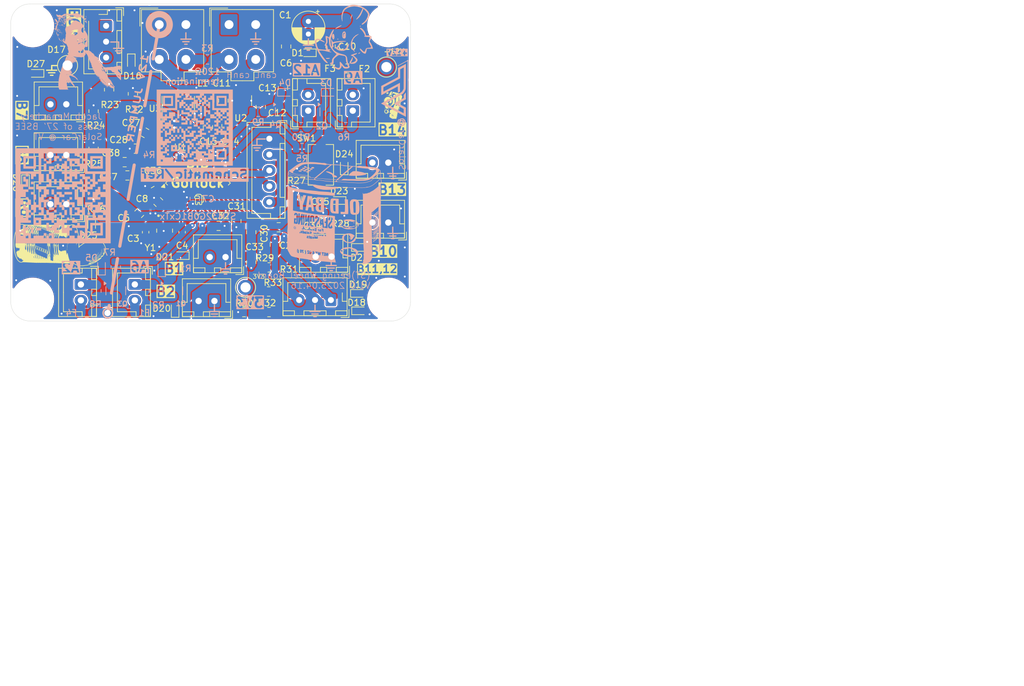
<source format=kicad_pcb>
(kicad_pcb (version 20240108) (generator "pcbnew") (generator_version "8.0")
  (title_block (title "Steering Wheel STM32 CAN Module") (date "2025-02-22") (rev "-") (company "SolarCar at Virginia Tech") (comment 1 "https://github.com/BryceMvt/STeering-wheel") (comment 2 "Author: Jake Menachery"))
  (layers (0 "F.Cu" signal) (31 "B.Cu" signal) (36 "B.SilkS" user "B.Silkscreen") (37 "F.SilkS" user "F.Silkscreen") (38 "B.Mask" user) (39 "F.Mask" user) (44 "Edge.Cuts" user))
  (net 0 "")
  (net 1 "GND")
  (net 2 "+12V")
  (net 3 "Net-(U1-PF0-XIN)")
  (net 4 "Net-(U1-PF1-XOUT)")
  (net 5 "+3.3V")
  (net 6 "RESET")
  (net 7 "Net-(U2-CB)")
  (net 8 "Net-(U2-SW)")
  (net 9 "/IN_PIN_B5")
  (net 10 "/IN_PIN_B6")
  (net 11 "/IN_PIN_B11")
  (net 12 "/IN_PIN_B12")
  (net 13 "/IN_PIN_B2")
  (net 14 "/IN_PIN_B1")
  (net 15 "/IN_PIN_B10")
  (net 16 "/IN_PIN_B13")
  (net 17 "/IN_PIN_B14")
  (net 18 "/IN_PIN_B9")
  (net 19 "/IN_PIN_B8")
  (net 20 "/IN_PIN_B7")
  (net 21 "Net-(D2-K)")
  (net 22 "Net-(D3-K)")
  (net 23 "Net-(D4-K)")
  (net 24 "Net-(D5-K)")
  (net 25 "/A6_OUTPUT_STAGE/FAULT_LIGHT+")
  (net 26 "/A9_OUTPUT_STAGE/FAULT_LIGHT+")
  (net 27 "/A12_OUTPUT_STAGE/FAULT_LIGHT+")
  (net 28 "CANH")
  (net 29 "CANL")
  (net 30 "/SWCLK")
  (net 31 "/SWDIO")
  (net 32 "/A2_OUTPUT_STAGE/FAULT_LIGHT-")
  (net 33 "/A6_OUTPUT_STAGE/FAULT_LIGHT-")
  (net 34 "/A9_OUTPUT_STAGE/FAULT_LIGHT-")
  (net 35 "/A12_OUTPUT_STAGE/FAULT_LIGHT-")
  (net 36 "Net-(Q1-C)")
  (net 37 "Net-(Q2-C)")
  (net 38 "Net-(Q3-C)")
  (net 39 "Net-(Q4-C)")
  (net 40 "/OUT_PIN_A6")
  (net 41 "CAN_STANDBY")
  (net 42 "/OUT_PIN_A9")
  (net 43 "/OUT_PIN_A2")
  (net 44 "/OUT_PIN_A12")
  (net 46 "CAN_TX")
  (net 59 "/OUT_PIN_A10")
  (net 62 "/OUT_PIN_A4")
  (net 66 "CAN_RX")
  (net 69 "/A2_OUTPUT_STAGE/FAULT_LIGHT+")
  (footprint "Connector_JST:JST_XH_B2B-XH-A_1x02_P2.50mm_Vertical" (layer "F.Cu") (at 166.847052 104.709927 180)
    (property "Reference" "J16" (hide yes))
    (property "Value" "JST-XH 1x2")
  )
  (footprint "Diode_SMD:D_SOD-523" (layer "F.Cu") (at 133.247052 127.834927 90)
    (property "Reference" "D20")
    (property "Value" "ESD321DYAR")
  )
  (footprint "Connector_JST:JST_XH_B2B-XH-A_1x02_P2.50mm_Vertical" (layer "F.Cu") (at 116.097052 103.509927 180)
    (property "Reference" "J18" (hide yes))
    (property "Value" "JST-XH 1x2")
  )
  (footprint "Capacitor_SMD:C_0805_2012Metric" (layer "F.Cu") (at 149.572052 114.909927)
    (property "Reference" "C30")
    (property "Value" "100nF")
  )
  (footprint "Capacitor_SMD:C_0805_2012Metric" (layer "F.Cu") (at 141.347052 98.934927 -90)
    (property "Reference" "C14")
    (property "Value" "10µF")
  )
  (footprint "Connector_JST:JST_XH_B5B-XH-A_1x05_P2.50mm_Vertical" (layer "F.Cu") (at 148.097052 100.934927 -90)
    (property "Reference" "J3" (hide yes))
    (property "Value" "B5B-XH-A")
  )
  (footprint "Resistor_SMD:R_0805_2012Metric" (layer "F.Cu") (at 126.597052 93.859927 -90)
    (property "Reference" "R22")
    (property "Value" "10kΩ")
  )
  (footprint "Capacitor_SMD:C_0805_2012Metric" (layer "F.Cu") (at 138.422052 99.109927 -90)
    (property "Reference" "C15")
    (property "Value" "100nF")
  )
  (footprint "footprints:keystone_5011_testpoint" (layer "F.Cu") (at 144.347052 124.384927)
    (property "Reference" "TP2" (hide yes))
    (property "Value" "5011")
  )
  (footprint "Resistor_SMD:R_0805_2012Metric" (layer "F.Cu") (at 147.997052 125.034927)
    (property "Reference" "R33")
    (property "Value" "10kΩ")
  )
  (footprint "Diode_SMD:D_SOD-523" (layer "F.Cu") (at 154.224552 87.390039 180)
    (property "Reference" "D1")
    (property "Value" "AQHV15-01LTG-C")
  )
  (footprint "Resistor_SMD:R_0805_2012Metric" (layer "F.Cu") (at 151.897052 110.134927 -90)
    (property "Reference" "R27")
    (property "Value" "10kΩ")
  )
  (footprint "Package_QFP:LQFP-48_7x7mm_P0.5mm" (layer "F.Cu") (at 136.847052 107.934927 45)
    (property "Reference" "U1")
    (property "Value" "STM32G0B1CxTx")
  )
  (footprint "Capacitor_SMD:C_0805_2012Metric" (layer "F.Cu") (at 142.897052 113.934927 90)
    (property "Reference" "C31")
    (property "Value" "100nF")
  )
  (footprint "Capacitor_SMD:C_0805_2012Metric" (layer "F.Cu") (at 150.747052 86.390039 90)
    (property "Reference" "C6")
    (property "Value" "10µF")
  )
  (footprint "Diode_SMD:D_SOD-523" (layer "F.Cu") (at 162.172052 125.334927)
    (property "Reference" "D19")
    (property "Value" "ESD321DYAR")
  )
  (footprint "Resistor_SMD:R_0805_2012Metric" (layer "F.Cu") (at 120.347052 109.584927 90)
    (property "Reference" "R26")
    (property "Value" "10kΩ")
  )
  (footprint "footprints:SOIC-8_3.9x4.9mm_P1.27mm_with_via_in_pads" (layer "F.Cu") (at 133.747052 96.184927 90)
    (property "Reference" "U3")
    (property "Value" "SN65HVD230DR")
  )
  (footprint "Diode_SMD:D_SOD-523" (layer "F.Cu") (at 109.672052 107.909927 -90)
    (property "Reference" "D26")
    (property "Value" "ESD321DYAR")
  )
  (footprint "Diode_SMD:D_SOD-523" (layer "F.Cu") (at 159.897052 105.359927 90)
    (property "Reference" "D24")
    (property "Value" "ESD321DYAR")
  )
  (footprint "LOGO" (layer "F.Cu") (at 115.097052 117.684927 -90)
    (property "Reference" "G***" (hide yes))
    (property "Value" "LOGO" (hide yes))
  )
  (footprint "Resistor_SMD:R_0805_2012Metric" (layer "F.Cu") (at 157.047052 113.434927 -90)
    (property "Reference" "R28")
    (property "Value" "10kΩ")
  )
  (footprint "Connector_JST:JST_XH_B2B-XH-A_1x02_P2.50mm_Vertical" (layer "F.Cu") (at 116.097052 95.509927 180)
    (property "Reference" "J19" (hide yes))
    (property "Value" "JST-XH 1x2")
  )
  (footprint "Capacitor_SMD:C_0603_1608Metric" (layer "F.Cu") (at 134.347052 115.684927 90)
    (property "Reference" "C4")
    (property "Value" "12pF")
  )
  (footprint "Connector_JST:JST_XH_B2B-XH-A_1x02_P2.50mm_Vertical" (layer "F.Cu") (at 166.847052 114.159927 180)
    (property "Reference" "J15" (hide yes))
    (property "Value" "JST-XH 1x2")
  )
  (footprint "Capacitor_SMD:C_0805_2012Metric" (layer "F.Cu") (at 157.747052 86.390039 90)
    (property "Reference" "C10")
    (property "Value" "100nF")
  )
  (footprint "Capacitor_SMD:C_0603_1608Metric" (layer "F.Cu") (at 128.597052 115.684927 90)
    (property "Reference" "C3")
    (property "Value" "12pF")
  )
  (footprint "Capacitor_SMD:C_0805_2012Metric" (layer "F.Cu") (at 153.947052 110.309927 90)
    (property "Reference" "C35")
    (property "Value" "100nF")
  )
  (footprint "Capacitor_SMD:C_0805_2012Metric" (layer "F.Cu") (at 148.972052 117.659927 -90)
    (property "Reference" "C29")
    (property "Value" "100nF")
  )
  (footprint "footprints:keystone_5011_testpoint" (layer "F.Cu") (at 166.547052 89.634927)
    (property "Reference" "TP1" (hide yes))
    (property "Value" "5011")
  )
  (footprint "Diode_SMD:D_SOD-523" (layer "F.Cu") (at 126.347052 88.834927 -90)
    (property "Reference" "D16")
    (property "Value" "ESD321DYAR")
  )
  (footprint "Resistor_SMD:R_0805_2012Metric" (layer "F.Cu") (at 120.397052 96.584927 -90)
    (property "Reference" "R24")
    (property "Value" "10kΩ")
  )
  (footprint "footprints:MountingHole_3.2mm_M3_isolated_clearance" (layer "F.Cu") (at 110.797052 126.234927)
    (property "Reference" "H3" (hide yes))
    (property "Value" "MountingHole")
  )
  (footprint "Resistor_SMD:R_0805_2012Metric" (layer "F.Cu") (at 144.097052 128.284927 180)
    (property "Reference" "R30")
    (property "Value" "10kΩ")
  )
  (footprint "Connector_JST:JST_XH_B2B-XH-A_1x02_P2.50mm_Vertical" (layer "F.Cu") (at 157.897052 119.534927 180)
    (property "Reference" "J14" (hide yes))
    (property "Value" "JST-XH 1x2")
  )
  (footprint "Resistor_SMD:R_0805_2012Metric" (layer "F.Cu") (at 148.047052 128.284927)
    (property "Reference" "R32")
    (property "Value" "10kΩ")
  )
  (footprint "Capacitor_SMD:C_0805_2012Metric" (layer "F.Cu") (at 129.347052 107.934927 -150)
    (property "Reference" "C36")
    (property "Value" "100nF")
  )
  (footprint "Resistor_SMD:R_0805_2012Metric" (layer "F.Cu") (at 148.097052 121.234927)
    (property "Reference" "R31")
    (property "Value" "10kΩ")
  )
  (footprint "Connector_JST:JST_XH_B2B-XH-A_1x02_P2.50mm_Vertical" (layer "F.Cu") (at 118.397052 123.922427 -90)
    (property "Reference" "J4" (hide yes))
    (property "Value" "JST-XH 1X2")
  )
  (footprint "Capacitor_SMD:C_0805_2012Metric" (layer "F.Cu") (at 146.747052 95.934927 90)
    (property "Reference" "C12")
    (property "Value" "100nF")
  )
  (footprint "footprints:JST_XH_B3B-XH-AM_1x03_P2.50mm_Vertical" (layer "F.Cu") (at 122.372052 83.134927 -90)
    (property "Reference" "J10" (hide yes))
    (property "Value" "JST-XH1X3")
  )
  (footprint "footprints:JST_XH_B3B-XH-AM_1x03_P2.50mm_Vertical" (layer "F.Cu") (at 157.797052 126.384927 180)
    (property "Reference" "J11" (hide yes))
    (property "Value" "JST-XH1X3")
  )
  (footprint "Diode_SMD:D_SOD-523" (layer "F.Cu") (at 134.197052 119.384927 180)
    (property "Reference" "D21")
    (property "Value" "ESD321DYAR")
  )
  (footprint "Fuse:Fuse_0805_2012Metric" (layer "F.Cu") (at 155.222052 89.809927 180)
    (property "Reference" "F3")
    (property "Value" "PRG21BC2R2MM1RA")
  )
  (footprint "Diode_SMD:D_SOD-523" (layer "F.Cu") (at 162.347052 128.084927)
    (property "Reference" "D18")
    (property "Value" "ESD321DYAR")
  )
  (footprint "Package_TO_SOT_SMD:SOT-23-6" (layer "F.Cu") (at 143.747052 94.934927 90)
    (property "Reference" "U2")
    (property "Value" "LMR50410Y3FQDBVRQ1")
  )
  (footprint "Capacitor_SMD:C_0805_2012Metric" (layer "F.Cu") (at 127.047052 102.509927 180)
    (property "Reference" "C28")
    (property "Value" "100nF")
  )
  (footprint "Connector_JST:JST_XH_B2B-XH-A_1x02_P2.50mm_Vertical" (layer "F.Cu") (at 154.222052 96.516177 90)
    (property "Reference" "J7" (hide yes))
    (property "Value" "JST-XH 1X2")
  )
  (footprint "Inductor_SMD:L_1008_2520Metric" (layer "F.Cu") (at 138.247052 94.934927 -90)
    (property "Reference" "L1")
    (property "Value" "4.7µH")
  )
  (footprint "footprints:MountingHole_3.2mm_M3_isolated_clearance" (layer "F.Cu") (at 110.797052 83.134927)
    (property "Reference" "H2" (hide yes))
    (property "Value" "MountingHole")
  )
  (footprint "" (layer "F.Cu") (at 122.597052 128.434927)
    (property "Reference" "")
    (property "Value" "")
  )
  (footprint "Connector_JST:JST_XH_B2B-XH-A_1x02_P2.50mm_Vertical" (layer "F.Cu") (at 116.097052 111.259927 180)
    (property "Reference" "J17" (hide yes))
    (property "Value" "JST-XH 1x2")
  )
  (footprint "Capacitor_SMD:C_0805_2012Metric" (layer "F.Cu") (at 150.247052 92.934927 90)
    (property "Reference" "C13")
    (property "Value" "10µF")
  )
  (footprint "Capacitor_THT:CP_Radial_D5.0mm_P2.00mm" (layer "F.Cu") (at 154.247052 82.434927 -90)
    (property "Reference" "C1")
    (property "Value" "100μF")
  )
  (footprint "Diode_SMD:D_SOD-523" (layer "F.Cu") (at 120.097052 114.384927 -90)
    (property "Reference" "D25")
    (property "Value" "ESD321DYAR")
  )
  (footprint "Connector_Molex:Molex_Mini-Fit_Jr_5566-04A_2x02_P4.20mm_Vertical" (layer "F.Cu") (at 130.747052 82.934927)
    (property "Reference" "J2" (hide yes))
    (property "Value" "MINI FIT 2X2")
  )
  (footprint "Resistor_SMD:R_0805_2012Metric" (layer "F.Cu") (at 122.847052 93.209927 -90)
    (property "Reference" "R23")
    (property "Value" "10kΩ")
  )
  (footprint "Connector_JST:JST_XH_B2B-XH-A_1x02_P2.50mm_Vertical" (layer "F.Cu") (at 141.197052 119.609927 180)
    (property "Reference" "J13" (hide yes))
    (property "Value" "JST-XH 1x2")
  )
  (footprint "Button_Switch_SMD:SW_Tactile_SPST_NO_Straight_CK_PTS636Sx25SMTRLFS" (layer "F.Cu") (at 156.222052 105.059927 90)
    (property "Reference" "SW1")
    (property "Value" "PTS636 SL50 SMTR LFS")
  )
  (footprint "footprints:XTAL_ECS-320-12-33B-7KM-TR" (layer "F.Cu") (at 131.597052 115.434927 -90)
    (property "Reference" "Y1")
    (property "Value" "32MHz")
  )
  (footprint "Capacitor_SMD:C_0805_2012Metric" (layer "F.Cu") (at 127.597052 112.684927 -135)
    (property "Reference" "C5")
    (property "Value" "10µF")
  )
  (footprint "Connector_Molex:Molex_Mini-Fit_Jr_5566-04A_2x02_P4.20mm_Vertical" (layer "F.Cu") (at 141.747052 82.934927)
    (property "Reference" "J1" (hide yes))
    (property "Value" "MINI FIT 2X2")
  )
  (footprint "Capacitor_SMD:C_0805_2012Metric" (layer "F.Cu") (at 145.247052 115.684927 -90)
    (property "Reference" "C33")
    (property "Value" "100nF")
  )
  (footprint "footprints:MountingHole_3.2mm_M3_isolated_clearance" (layer "F.Cu") (at 166.897052 83.134927)
    (property "Reference" "H1" (hide yes))
    (property "Value" "MountingHole")
  )
  (footprint "footprints:MountingHole_3.2mm_M3_isolated_clearance" (layer "F.Cu") (at 166.897052 126.234927)
    (property "Reference" "H4" (hide yes))
    (property "Value" "MountingHole")
  )
  (footprint "Diode_SMD:D_SOD-523" (layer "F.Cu") (at 158.897052 110.684927 180)
    (property "Reference" "D23")
    (property "Value" "ESD321DYAR")
  )
  (footprint "LOGO" (layer "F.Cu") (at 167.670461 95.27408)
    (property "Reference" "G***" (hide yes))
    (property "Value" "LOGO" (hide yes))
  )
  (footprint "Capacitor_SMD:C_0805_2012Metric" (layer "F.Cu") (at 125.722052 106.734927 180)
    (property "Reference" "C37")
    (property "Value" "100nF")
  )
  (footprint "Diode_SMD:D_SOD-523" (layer "F.Cu") (at 111.297052 90.634927 180)
    (property "Reference" "D27")
    (property "Value" "ESD321DYAR")
  )
  (footprint "Capacitor_SMD:C_0805_2012Metric" (layer "F.Cu") (at 152.647052 113.909927 -90)
    (property "Reference" "C34")
    (property "Value" "100nF")
  )
  (footprint "Fuse:Fuse_0805_2012Metric" (layer "F.Cu") (at 160.397052 89.859927)
    (property "Reference" "F2")
    (property "Value" "PRG21BC2R2MM1RA")
  )
  (footprint "Capacitor_SMD:C_0805_2012Metric" (layer "F.Cu") (at 140.847052 94.934927 90)
    (property "Reference" "C11")
    (property "Value" "100nF")
  )
  (footprint "Capacitor_SMD:C_0805_2012Metric" (layer "F.Cu") (at 125.297052 104.634927 180)
    (property "Reference" "C38")
    (property "Value" "100nF")
  )
  (footprint "Connector_JST:JST_XH_B2B-XH-A_1x02_P2.50mm_Vertical" (layer "F.Cu") (at 161.247052 96.516177 90)
    (property "Reference" "J6" (hide yes))
    (property "Value" "JST-XH 1X2")
  )
  (footprint "Diode_SMD:D_SOD-523" (layer "F.Cu") (at 117.047052 86.884927 180)
    (property "Reference" "D17")
    (property "Value" "ESD321DYAR")
  )
  (footprint "Diode_SMD:D_SOD-523" (layer "F.Cu") (at 162.322052 118.084927)
    (property "Reference" "D22")
    (property "Value" "ESD321DYAR")
  )
  (footprint "Connector_JST:JST_XH_B2B-XH-A_1x02_P2.50mm_Vertical" (layer "F.Cu") (at 139.447052 126.534927 180)
    (property "Reference" "J12" (hide yes))
    (property "Value" "JST-XH 1x2")
  )
  (footprint "Connector_JST:JST_XH_B2B-XH-A_1x02_P2.50mm_Vertical" (layer "F.Cu") (at 126.897052 123.922427 -90)
    (property "Reference" "J5" (hide yes))
    (property "Value" "JST-XH 1X2")
  )
  (footprint "Resistor_SMD:R_0805_2012Metric" (layer "F.Cu") (at 120.397052 102.484927 -90)
    (property "Reference" "R25")
    (property "Value" "10kΩ")
  )
  (footprint "Capacitor_SMD:C_0805_2012Metric" (layer "F.Cu") (at 130.597052 110.934927 135)
    (property "Reference" "C8")
    (property "Value" "100nF")
  )
  (footprint "Capacitor_SMD:C_0805_2012Metric" (layer "F.Cu") (at 140.097052 114.684927)
    (property "Reference" "C32")
    (property "Value" "100nF")
  )
  (footprint "footprints:keystone_5011_testpoint" (layer "F.Cu") (at 116.297052 89.384927 -90)
    (property "Reference" "TP3" (hide yes))
    (property "Value" "5011")
  )
  (footprint "Capacitor_SMD:C_0805_2012Metric" (layer "F.Cu") (at 128.522052 100.009927 150)
    (property "Reference" "C27")
    (property "Value" "100nF")
  )
  (footprint "Resistor_SMD:R_0805_2012Metric" (layer "F.Cu") (at 145.247052 120.409927 90)
    (property "Reference" "R29")
    (property "Value" "10kΩ")
  )
  (footprint "LOGO" (layer "B.Cu") (at 119.097052 85.684927 180)
    (property "Reference" "G***" (hide yes))
    (property "Value" "LOGO" (hide yes))
  )
  (footprint "Resistor_SMD:R_0805_2012Metric" (layer "B.Cu") (at 120.847052 124.947427 90)
    (property "Reference" "R8")
    (property "Value" "220Ω")
  )
  (footprint "Package_TO_SOT_SMD:SOT-23" (layer "B.Cu") (at 157.634552 96.703677 -90)
    (property "Reference" "Q2")
    (property "Value" "MMBT3904")
  )
  (footprint "Resistor_SMD:R_0805_2012Metric" (layer "B.Cu") (at 153.247052 102.434927)
    (property "Reference" "R5")
    (property "Value" "1kΩ")
  )
  (footprint "Resistor_SMD:R_0805_2012Metric" (layer "B.Cu") (at 146.347052 96.684927)
    (property "Reference" "R9")
    (property "Value" "1kΩ")
  )
  (footprint "Resistor_SMD:R_0805_2012Metric" (layer "B.Cu") (at 138.347052 88.434927 180)
    (property "Reference" "R3")
    (property "Value" "120Ω")
  )
  (footprint "Diode_SMD:D_SOD-523" (layer "B.Cu") (at 131.147052 121.422427 90)
    (property "Reference" "D2")
    (property "Value" "ESD321DYAR")
  )
  (footprint "Fuse:Fuse_0805_2012Metric" (layer "B.Cu") (at 119.334552 128.422427 180)
    (property "Reference" "F4")
    (property "Value" "PRG21BC2R2MM1RA")
  )
  (footprint "LOGO" (layer "B.Cu") (at 158.607565 112.29673 180)
    (property "Reference" "G***" (hide yes))
    (property "Value" "LOGO" (hide yes))
  )
  (footprint "Resistor_SMD:R_0805_2012Metric" (layer "B.Cu") (at 123.897052 121.209927 -90)
    (property "Reference" "R7")
    (property "Value" "1kΩ")
  )
  (footprint "Package_TO_SOT_SMD:SOT-23" (layer "B.Cu") (at 132.897052 124.922427 -90)
    (property "Reference" "Q1")
    (property "Value" "MMBT3904")
  )
  (footprint "LOGO" (layer "B.Cu") (at 115.597052 109.934927 180)
    (property "Reference" "G***" (hide yes))
    (property "Value" "LOGO" (hide yes))
  )
  (footprint "Resistor_SMD:R_0805_2012Metric" (layer "B.Cu") (at 153.122052 99.122427)
    (property "Reference" "R10")
    (property "Value" "220Ω")
  )
  (footprint "Resistor_SMD:R_0805_2012Metric" (layer "B.Cu") (at 129.897052 124.947427 90)
    (property "Reference" "R2")
    (property "Value" "220Ω")
  )
  (footprint "Package_TO_SOT_SMD:SOT-23" (layer "B.Cu") (at 150.609552 96.703677 -90)
    (property "Reference" "Q4")
    (property "Value" "MMBT3904")
  )
  (footprint "Resistor_SMD:R_0805_2012Metric" (layer "B.Cu") (at 132.897052 121.209927 -90)
    (property "Reference" "R1")
    (property "Value" "1kΩ")
  )
  (footprint "Capacitor_SMD:C_0805_2012Metric" (layer "B.Cu") (at 136.347052 110.434927 90)
    (property "Reference" "C7")
    (property "Value" "100nF")
  )
  (footprint "LOGO" (layer "B.Cu") (at 160.506276 85.059699 180)
    (property "Reference" "G***" (hide yes))
    (property "Value" "LOGO" (hide yes))
  )
  (footprint "Resistor_SMD:R_0805_2012Metric" (layer "B.Cu") (at 133.347052 103.434927 135)
    (property "Reference" "R4")
    (property "Value" "10kΩ")
  )
  (footprint "LOGO" (layer "B.Cu") (at 136.347052 99.184927 180)
    (property "Reference" "G***" (hide yes))
    (property "Value" "LOGO" (hide yes))
  )
  (footprint "Resistor_SMD:R_0805_2012Metric" (layer "B.Cu") (at 160.147052 99.122427)
    (property "Reference" "R6")
    (property "Value" "220Ω")
  )
  (footprint "Diode_SMD:D_SOD-523" (layer "B.Cu") (at 157.559552 93.622427)
    (property "Reference" "D3")
    (property "Value" "ESD321DYAR")
  )
  (footprint "Fuse:Fuse_0805_2012Metric" (layer "B.Cu") (at 125.959552 128.422427)
    (property "Reference" "F1")
    (property "Value" "PRG21BC2R2MM1RA")
  )
  (footprint "Package_TO_SOT_SMD:SOT-23" (layer "B.Cu") (at 123.897052 124.922427 -90)
    (property "Reference" "Q3")
    (property "Value" "MMBT3904")
  )
  (footprint "Diode_SMD:D_SOD-523" (layer "B.Cu") (at 121.647052 121.172427 90)
    (property "Reference" "D5")
    (property "Value" "ESD321DYAR")
  )
  (footprint "Diode_SMD:D_SOD-523" (layer "B.Cu") (at 150.659552 93.622427)
    (property "Reference" "D4")
    (property "Value" "ESD321DYAR")
  )
  (footprint "LOGO" (layer "B.Cu") (at 167.647812 93.141783 90)
    (property "Reference" "G***" (hide yes))
    (property "Value" "LOGO" (hide yes))
  )
  (gr_line (start 124.497052 105.134927) (end 124.547052 106.184927) (stroke (width 0.2)) (layer "F.Cu") (net 1))
  (gr_line (start 124.547052 106.184927) (end 122.747052 103.409927) (stroke (width 2)) (layer "F.Cu") (net 1))
  (gr_line (start 149.847052 93.684927) (end 149.347052 96.184927) (stroke (width 1.5)) (layer "B.Cu") (net 23))
  (gr_line (start 149.597052 95.934927) (end 147.347052 96.684927) (stroke (width 1.5)) (layer "B.Cu") (net 23))
  (gr_line (start 145.947052 84.234927) (end 145.947052 85.234927) (stroke (width 0.2)) (layer "B.SilkS"))
  (gr_line (start 141.697052 121.884927) (end 140.697052 121.884927) (stroke (width 0.2)) (layer "B.SilkS"))
  (gr_line (start 158.647052 120.934927) (end 157.047052 120.934927) (stroke (width 0.2)) (layer "B.SilkS"))
  (gr_line (start 139.247052 128.984927) (end 139.647052 128.984927) (stroke (width 0.2)) (layer "B.SilkS"))
  (gr_line (start 167.547052 114.884927) (end 167.547052 115.884927) (stroke (width 0.2)) (layer "B.SilkS"))
  (gr_line (start 168.347052 115.884927) (end 166.747052 115.884927) (stroke (width 0.2)) (layer "B.SilkS"))
  (gr_line (start 125.147052 86.684927) (end 123.547052 86.684927) (stroke (width 0.2)) (layer "B.SilkS"))
  (gr_line (start 158.347052 121.334927) (end 157.347052 121.334927) (stroke (width 0.2)) (layer "B.SilkS"))
  (gr_line (start 155.797052 128.584927) (end 154.797052 128.584927) (stroke (width 0.2)) (layer "B.SilkS"))
  (gr_line (start 139.447052 127.184927) (end 139.447052 128.184927) (stroke (width 0.2)) (layer "B.SilkS"))
  (gr_line (start 167.347052 116.684927) (end 167.747052 116.684927) (stroke (width 0.2)) (layer "B.SilkS"))
  (gr_line (start 155.097052 128.984927) (end 155.497052 128.984927) (stroke (width 0.2)) (layer "B.SilkS"))
  (gr_line (start 146.147052 100.984927) (end 146.147052 101.984927) (stroke (width 0.2)) (layer "B.SilkS"))
  (gr_line (start 168.047052 106.834927) (end 167.047052 106.834927) (stroke (width 0.2)) (layer "B.SilkS"))
  (gr_line (start 155.047052 86.184927) (end 153.447052 86.184927) (stroke (width 0.2)) (layer "B.SilkS"))
  (gr_line (start 134.947052 84.234927) (end 134.947052 85.234927) (stroke (width 0.2)) (layer "B.SilkS"))
  (gr_line (start 157.847052 119.934927) (end 157.847052 120.934927) (stroke (width 0.2)) (layer "B.SilkS"))
  (gr_line (start 141.997052 121.484927) (end 140.397052 121.484927) (stroke (width 0.2)) (layer "B.SilkS"))
  (gr_line (start 140.997052 122.284927) (end 141.397052 122.284927) (stroke (width 0.2)) (layer "B.SilkS"))
  (gr_line (start 146.447052 85.634927) (end 145.447052 85.634927) (stroke (width 0.2)) (layer "B.SilkS"))
  (gr_line (start 156.097052 128.184927) (end 154.497052 128.184927) (stroke (width 0.2)) (layer "B.SilkS"))
  (gr_line (start 124.347052 85.684927) (end 124.347052 86.684927) (stroke (width 0.2)) (layer "B.SilkS"))
  (gr_line (start 130.747052 82.934927) (end 122.647052 128.434927) (stroke (width 0.5) (type dash)) (layer "B.SilkS"))
  (gr_line (start 157.647052 121.734927) (end 158.047052 121.734927) (stroke (width 0.2)) (layer "B.SilkS"))
  (gr_line (start 134.747052 86.034927) (end 135.147052 86.034927) (stroke (width 0.2)) (layer "B.SilkS"))
  (gr_line (start 168.347052 106.434927) (end 166.747052 106.434927) (stroke (width 0.2)) (layer "B.SilkS"))
  (gr_line (start 141.197052 120.484927) (end 141.197052 121.484927) (stroke (width 0.2)) (layer "B.SilkS"))
  (gr_circle (center 122.647052 128.434927) (end 123.397052 128.434927) (stroke (width 0.25)) (fill none) (layer "B.SilkS"))
  (gr_line (start 167.347052 107.234927) (end 167.747052 107.234927) (stroke (width 0.2)) (layer "B.SilkS"))
  (gr_line (start 146.147052 100.984927) (end 147.447052 100.984927) (stroke (width 0.2)) (layer "B.SilkS"))
  (gr_line (start 139.947052 128.584927) (end 138.947052 128.584927) (stroke (width 0.2)) (layer "B.SilkS"))
  (gr_line (start 124.347052 85.684927) (end 123.097052 85.684927) (stroke (width 0.2)) (layer "B.SilkS"))
  (gr_line (start 169.947052 88.584927) (end 169.947052 105.784927) (stroke (width 0.1)) (layer "B.SilkS"))
  (gr_line (start 146.647052 102.384927) (end 145.647052 102.384927) (stroke (width 0.2)) (layer "B.SilkS"))
  (gr_line (start 145.947052 102.784927) (end 146.347052 102.784927) (stroke (width 0.2)) (layer "B.SilkS"))
  (gr_line (start 146.747052 85.234927) (end 145.147052 85.234927) (stroke (width 0.2)) (layer "B.SilkS"))
  (gr_line (start 154.747052 86.584927) (end 153.747052 86.584927) (stroke (width 0.2)) (layer "B.SilkS"))
  (gr_line (start 155.297052 127.184927) (end 155.297052 128.184927) (stroke (width 0.2)) (layer "B.SilkS"))
  (gr_line (start 168.047052 116.284927) (end 167.047052 116.284927) (stroke (width 0.2)) (layer "B.SilkS"))
  (gr_line (start 146.947052 101.984927) (end 145.347052 101.984927) (stroke (width 0.2)) (layer "B.SilkS"))
  (gr_line (start 154.047052 86.984927) (end 154.447052 86.984927) (stroke (width 0.2)) (layer "B.SilkS"))
  (gr_line (start 145.747052 86.034927) (end 146.147052 86.034927) (stroke (width 0.2)) (layer "B.SilkS"))
  (gr_circle (center 130.747052 82.934927) (end 132.396294 82.934927) (stroke (width 1)) (fill none) (layer "B.SilkS"))
  (gr_line (start 169.947052 88.584927) (end 168.372052 89.434927) (stroke (width 0.1)) (layer "B.SilkS"))
  (gr_line (start 135.747052 85.234927) (end 134.147052 85.234927) (stroke (width 0.2)) (layer "B.SilkS"))
  (gr_line (start 135.447052 85.634927) (end 134.447052 85.634927) (stroke (width 0.2)) (layer "B.SilkS"))
  (gr_line (start 124.847052 87.084927) (end 123.847052 87.084927) (stroke (width 0.2)) (layer "B.SilkS"))
  (gr_line (start 154.247052 85.184927) (end 154.247052 86.184927) (stroke (width 0.2)) (layer "B.SilkS"))
  (gr_line (start 167.547052 105.434927) (end 167.547052 106.434927) (stroke (width 0.2)) (layer "B.SilkS"))
  (gr_line (start 140.247052 128.184927) (end 138.647052 128.184927) (stroke (width 0.2)) (layer "B.SilkS"))
  (gr_line (start 124.147052 87.484927) (end 124.547052 87.484927) (stroke (width 0.2)) (layer "B.SilkS"))
  (gr_poly (pts (xy 137.131155 109.634603) (xy 137.163307 109.638346) (xy 137.194671 109.64447) (xy 137.225153 109.652881) (xy 137.254658 109.663484) (xy 137.283093 109.676186) (xy 137.310364 109.690892) (xy 137.336377 109.707508) (xy 137.361037 109.725941) (xy 137.38425 109.746095) (xy 137.405923 109.767878) (xy 137.425961 109.791194) (xy 137.444271 109.81595) (xy 137.460757 109.842052) (xy 137.475327 109.869406) (xy 137.487885 109.897917) (xy 137.583378 109.897917) (xy 137.593589 109.898175) (xy 137.603667 109.898942) (xy 137.613598 109.900204) (xy 137.623369 109.901949) (xy 137.63297 109.904165) (xy 137.642387 109.906839) (xy 137.651607 109.909958) (xy 137.660618 109.913512) (xy 137.669408 109.917486) (xy 137.677964 109.921868) (xy 137.686274 109.926646) (xy 137.694325 109.931808) (xy 137.702106 109.93734) (xy 137.709602 109.943231) (xy 137.716802 109.949468) (xy 137.723694 109.956039) (xy 137.730264 109.96293) (xy 137.736501 109.970131) (xy 137.742392 109.977627) (xy 137.747925 109.985407) (xy 137.753087 109.993458) (xy 137.757865 110.001768) (xy 137.762247 110.010324) (xy 137.766221 110.019114) (xy 137.769774 110.028126) (xy 137.772894 110.037346) (xy 137.775568 110.046763) (xy 137.777784 110.056363) (xy 137.779529 110.066135) (xy 137.780791 110.076066) (xy 137.781557 110.086143) (xy 137.781815 110.096355) (xy 137.781815 110.812935) (xy 137.781557 110.823146) (xy 137.780791 110.833223) (xy 137.779529 110.843154) (xy 137.777784 110.852926) (xy 137.775568 110.862527) (xy 137.772894 110.871943) (xy 137.769774 110.881163) (xy 137.766221 110.890175) (xy 137.762247 110.898965) (xy 137.757865 110.907521) (xy 137.753087 110.915831) (xy 137.747925 110.923882) (xy 137.742392 110.931662) (xy 137.736501 110.939158) (xy 137.730264 110.946359) (xy 137.723694 110.95325) (xy 137.716802 110.959821) (xy 137.709602 110.966058) (xy 137.702106 110.971949) (xy 137.694325 110.977482) (xy 137.686274 110.982643) (xy 137.677964 110.987421) (xy 137.669408 110.991804) (xy 137.660618 110.995777) (xy 137.651607 110.999331) (xy 137.642387 111.00245) (xy 137.63297 111.005124) (xy 137.623369 111.00734) (xy 137.613598 111.009085) (xy 137.603667 111.010347) (xy 137.593589 111.011114) (xy 137.583378 111.011372) (xy 137.517232 111.011372) (xy 137.517232 111.198785) (xy 137.516974 111.208997) (xy 137.516207 111.219074) (xy 137.514945 111.229005) (xy 137.5132 111.238777) (xy 137.510984 111.248377) (xy 137.50831 111.257794) (xy 137.505191 111.267014) (xy 137.501637 111.276025) (xy 137.497664 111.284815) (xy 137.493281 111.293372) (xy 137.488503 111.301681) (xy 137.483342 111.309733) (xy 137.477809 111.317513) (xy 137.471918 111.325009) (xy 137.465681 111.332209) (xy 137.45911 111.339101) (xy 137.452219 111.345672) (xy 137.445018 111.351909) (xy 137.437522 111.3578) (xy 137.429742 111.363332) (xy 137.421691 111.368494) (xy 137.413381 111.373272) (xy 137.404825 111.377654) (xy 137.396035 111.381628) (xy 137.387023 111.385181) (xy 137.377803 111.388301) (xy 137.368387 111.390975) (xy 137.358786 111.393191) (xy 137.349014 111.394936) (xy 137.339083 111.396198) (xy 137.329006 111.396964) (xy 137.318795 111.397223) (xy 137.219576 111.397223) (xy 137.209364 111.396964) (xy 137.199287 111.396198) (xy 137.189356 111.394936) (xy 137.179584 111.393191) (xy 137.169984 111.390975) (xy 137.160567 111.388301) (xy 137.151347 111.385181) (xy 137.142335 111.381628) (xy 137.133545 111.377654) (xy 137.124989 111.373272) (xy 137.116679 111.368494) (xy 137.108628 111.363332) (xy 137.100848 111.3578) (xy 137.093352 111.351909) (xy 137.086151 111.345672) (xy 137.07926 111.339101) (xy 137.072689 111.332209) (xy 137.066452 111.325009) (xy 137.060561 111.317513) (xy 137.055029 111.309733) (xy 137.049867 111.301681) (xy 137.045089 111.293372) (xy 137.040707 111.284815) (xy 137.036733 111.276025) (xy 137.03318 111.267014) (xy 137.03006 111.257794) (xy 137.027386 111.248377) (xy 137.02517 111.238777) (xy 137.023425 111.229005) (xy 137.022163 111.219074) (xy 137.021396 111.208997) (xy 137.021138 111.198785) (xy 137.021138 111.066493) (xy 136.888847 111.066493) (xy 136.888847 111.198785) (xy 136.888588 111.208997) (xy 136.887822 111.219074) (xy 136.88656 111.229005) (xy 136.884815 111.238777) (xy 136.882599 111.248377) (xy 136.879925 111.257794) (xy 136.876805 111.267014) (xy 136.873252 111.276025) (xy 136.869278 111.284815) (xy 136.864896 111.293372) (xy 136.860118 111.301681) (xy 136.854956 111.309733) (xy 136.849424 111.317513) (xy 136.843533 111.325009) (xy 136.837296 111.332209) (xy 136.830725 111.339101) (xy 136.823833 111.345672) (xy 136.816633 111.351909) (xy 136.809137 111.3578) (xy 136.801357 111.363332) (xy 136.793306 111.368494) (xy 136.784996 111.373272) (xy 136.776439 111.377654) (xy 136.767649 111.381628) (xy 136.758638 111.385181) (xy 136.749418 111.388301) (xy 136.740001 111.390975) (xy 136.730401 111.393191) (xy 136.720629 111.394936) (xy 136.710698 111.396198) (xy 136.700621 111.396964) (xy 136.690409 111.397223) (xy 136.59119 111.397223) (xy 136.580979 111.396964) (xy 136.570901 111.396198) (xy 136.560971 111.394936) (xy 136.551199 111.393191) (xy 136.541598 111.390975) (xy 136.532182 111.388301) (xy 136.522961 111.385181) (xy 136.51395 111.381628) (xy 136.50516 111.377654) (xy 136.496604 111.373272) (xy 136.488294 111.368494) (xy 136.480243 111.363332) (xy 136.472463 111.3578) (xy 136.464966 111.351909) (xy 136.457766 111.345672) (xy 136.450874 111.339101) (xy 136.444304 111.332209) (xy 136.438067 111.325009) (xy 136.432176 111.317513) (xy 136.426643 111.309733) (xy 136.421482 111.301681) (xy 136.416703 111.293372) (xy 136.412321 111.284815) (xy 136.408347 111.276025) (xy 136.404794 111.267014) (xy 136.401674 111.257794) (xy 136.399 111.248377) (xy 136.396784 111.238777) (xy 136.395039 111.229005) (xy 136.393777 111.219074) (xy 136.393011 111.208997) (xy 136.392753 111.198785) (xy 136.392753 110.448912) (xy 136.525045 110.448912) (xy 136.525045 111.198785) (xy 136.525126 111.202065) (xy 136.525368 111.205323) (xy 136.525769 111.208553) (xy 136.526327 111.21175) (xy 136.527039 111.214908) (xy 136.527904 111.218023) (xy 136.528918 111.221088) (xy 136.53008 111.224098) (xy 136.531387 111.227048) (xy 136.532837 111.229933) (xy 136.534428 111.232746) (xy 136.536158 111.235483) (xy 136.538024 111.238138) (xy 136.540024 111.240706) (xy 136.542156 111.243181) (xy 136.544418 111.245557) (xy 136.546795 111.247819) (xy 136.54927 111.249951) (xy 136.551838 111.251952) (xy 136.554493 111.253818) (xy 136.55723 111.255547) (xy 136.560043 111.257139) (xy 136.562927 111.258589) (xy 136.565877 111.259896) (xy 136.568888 111.261058) (xy 136.571953 111.262072) (xy 136.575067 111.262936) (xy 136.578226 111.263648) (xy 136.581423 111.264206) (xy 136.584653 111.264607) (xy 136.58791 111.26485) (xy 136.59119 111.264931) (xy 136.690409 111.264931) (xy 136.693689 111.26485) (xy 136.696947 111.264607) (xy 136.700177 111.264206) (xy 136.703374 111.263648) (xy 136.706532 111.262936) (xy 136.709647 111.262072) (xy 136.712712 111.261058) (xy 136.715722 111.259896) (xy 136.718672 111.258589) (xy 136.721557 111.257139) (xy 136.72437 111.255547) (xy 136.727107 111.253818) (xy 136.729762 111.251952) (xy 136.732329 111.249951) (xy 136.734804 111.247819) (xy 136.737181 111.245557) (xy 136.739443 111.243181) (xy 136.741575 111.240706) (xy 136.743575 111.238138) (xy 136.745442 111.235483) (xy 136.747171 111.232746) (xy 136.748763 111.229933) (xy 136.750213 111.227048) (xy 136.75152 111.224098) (xy 136.752682 111.221088) (xy 136.753696 111.218023) (xy 136.75456 111.214908) (xy 136.755272 111.21175) (xy 136.75583 111.208553) (xy 136.756231 111.205323) (xy 136.756474 111.202065) (xy 136.756555 111.198785) (xy 136.756555 111.000348) (xy 136.756636 110.997068) (xy 136.756879 110.99381) (xy 136.75728 110.99058) (xy 136.757838 110.987383) (xy 136.75855 110.984225) (xy 136.759414 110.98111) (xy 136.760428 110.978045) (xy 136.76159 110.975035) (xy 136.762897 110.972085) (xy 136.764347 110.9692) (xy 136.765938 110.966387) (xy 136.767668 110.96365) (xy 136.769534 110.960995) (xy 136.771535 110.958427) (xy 136.773667 110.955952) (xy 136.775929 110.953575) (xy 136.778305 110.951314) (xy 136.78078 110.949181) (xy 136.783348 110.947181) (xy 136.786003 110.945315) (xy 136.78874 110.943585) (xy 136.791553 110.941994) (xy 136.794438 110.940544) (xy 136.797388 110.939237) (xy 136.800398 110.938075) (xy 136.803463 110.937061) (xy 136.806578 110.936197) (xy 136.809736 110.935485) (xy 136.812933 110.934927) (xy 136.816163 110.934525) (xy 136.819421 110.934283) (xy 136.822701 110.934202) (xy 137.087284 110.934202) (xy 137.090564 110.934283) (xy 137.093822 110.934525) (xy 137.097052 110.934927) (xy 137.100249 110.935485) (xy 137.103407 110.936197) (xy 137.106522 110.937061) (xy 137.109587 110.938075) (xy 137.112597 110.939237) (xy 137.115547 110.940544) (xy 137.118431 110.941994) (xy 137.121245 110.943585) (xy 137.123982 110.945315) (xy 137.126637 110.947181) (xy 137.129204 110.949181) (xy 137.131679 110.951314) (xy 137.134056 110.953575) (xy 137.136318 110.955952) (xy 137.13845 110.958427) (xy 137.14045 110.960995) (xy 137.142317 110.96365) (xy 137.144046 110.966387) (xy 137.145638 110.9692) (xy 137.147088 110.972085) (xy 137.148395 110.975035) (xy 137.149557 110.978045) (xy 137.150571 110.98111) (xy 137.151435 110.984225) (xy 137.152147 110.987383) (xy 137.152705 110.99058) (xy 137.153106 110.99381) (xy 137.153349 110.997068) (xy 137.15343 111.000348) (xy 137.15343 111.198785) (xy 137.153511 111.202065) (xy 137.153754 111.205323) (xy 137.154155 111.208553) (xy 137.154713 111.21175) (xy 137.155425 111.214908) (xy 137.156289 111.218023) (xy 137.157303 111.221088) (xy 137.158465 111.224098) (xy 137.159772 111.227048) (xy 137.161222 111.229933) (xy 137.162813 111.232746) (xy 137.164543 111.235483) (xy 137.166409 111.238138) (xy 137.16841 111.240706) (xy 137.170542 111.243181) (xy 137.172804 111.245557) (xy 137.17518 111.247819) (xy 137.177655 111.249951) (xy 137.180223 111.251952) (xy 137.182878 111.253818) (xy 137.185615 111.255547) (xy 137.188428 111.257139) (xy 137.191313 111.258589) (xy 137.194263 111.259896) (xy 137.197273 111.261058) (xy 137.200338 111.262072) (xy 137.203453 111.262936) (xy 137.206611 111.263648) (xy 137.209808 111.264206) (xy 137.213038 111.264607) (xy 137.216296 111.26485) (xy 137.219576 111.264931) (xy 137.318795 111.264931) (xy 137.322074 111.26485) (xy 137.325332 111.264607) (xy 137.328562 111.264206) (xy 137.331759 111.263648) (xy 137.334918 111.262936) (xy 137.338032 111.262072) (xy 137.341097 111.261058) (xy 137.344107 111.259896) (xy 137.347057 111.258589) (xy 137.349942 111.257139) (xy 137.352755 111.255547) (xy 137.355492 111.253818) (xy 137.358147 111.251952) (xy 137.360715 111.249951) (xy 137.36319 111.247819) (xy 137.365567 111.245557) (xy 137.367828 111.243181) (xy 137.369961 111.240706) (xy 137.371961 111.238138) (xy 137.373827 111.235483) (xy 137.375557 111.232746) (xy 137.377148 111.229933) (xy 137.378598 111.227048) (xy 137.379905 111.224098) (xy 137.381067 111.221088) (xy 137.382081 111.218023) (xy 137.382945 111.214908) (xy 137.383658 111.21175) (xy 137.384215 111.208553) (xy 137.384617 111.205323) (xy 137.384859 111.202065) (xy 137.38494 111.198785) (xy 137.38494 110.052257) (xy 137.384567 110.037507) (xy 137.384012 110.030209) (xy 137.516659 110.030209) (xy 137.516911 110.035694) (xy 137.51709 110.0412) (xy 137.517197 110.046723) (xy 137.517232 110.052257) (xy 137.517232 110.87908) (xy 137.583378 110.87908) (xy 137.586658 110.878999) (xy 137.589915 110.878757) (xy 137.593146 110.878355) (xy 137.596342 110.877798) (xy 137.599501 110.877085) (xy 137.602615 110.876221) (xy 137.60568 110.875207) (xy 137.608691 110.874045) (xy 137.611641 110.872738) (xy 137.614525 110.871288) (xy 137.617339 110.869697) (xy 137.620076 110.867967) (xy 137.622731 110.866101) (xy 137.625298 110.864101) (xy 137.627773 110.861968) (xy 137.63015 110.859707) (xy 137.632412 110.85733) (xy 137.634544 110.854855) (xy 137.636544 110.852287) (xy 137.63841 110.849632) (xy 137.64014 110.846895) (xy 137.641731 110.844082) (xy 137.643181 110.841197) (xy 137.644489 110.838247) (xy 137.64565 110.835237) (xy 137.646664 110.832172) (xy 137.647529 110.829058) (xy 137.648241 110.825899) (xy 137.648799 110.822702) (xy 137.6492 110.819472) (xy 137.649442 110.816214) (xy 137.649524 110.812935) (xy 137.649524 110.096355) (xy 137.649442 110.093075) (xy 137.6492 110.089817) (xy 137.648799 110.086587) (xy 137.648241 110.08339) (xy 137.647529 110.080232) (xy 137.646664 110.077117) (xy 137.64565 110.074052) (xy 137.644489 110.071042) (xy 137.643181 110.068092) (xy 137.641731 110.065207) (xy 137.64014 110.062394) (xy 137.63841 110.059657) (xy 137.636544 110.057002) (xy 137.634544 110.054434) (xy 137.632412 110.051959) (xy 137.63015 110.049582) (xy 137.627773 110.047321) (xy 137.625298 110.045189) (xy 137.622731 110.043188) (xy 137.620076 110.041322) (xy 137.617339 110.039592) (xy 137.614525 110.038001) (xy 137.611641 110.036551) (xy 137.608691 110.035244) (xy 137.60568 110.034082) (xy 137.602615 110.033068) (xy 137.599501 110.032204) (xy 137.596342 110.031492) (xy 137.593146 110.030934) (xy 137.589915 110.030533) (xy 137.586658 110.03029) (xy 137.583378 110.030209) (xy 137.516659 110.030209) (xy 137.384012 110.030209) (xy 137.38346 110.02295) (xy 137.381638 110.008605) (xy 137.379117 109.994489) (xy 137.375916 109.980621) (xy 137.372054 109.967019) (xy 137.367547 109.953701) (xy 137.362415 109.940685) (xy 137.356675 109.927988) (xy 137.350345 109.915629) (xy 137.343443 109.903625) (xy 137.335987 109.891996) (xy 137.327995 109.880758) (xy 137.319486 109.86993) (xy 137.310477 109.85953) (xy 137.300986 109.849576) (xy 137.291031 109.840085) (xy 137.280631 109.831076) (xy 137.269803 109.822567) (xy 137.258565 109.814576) (xy 137.246936 109.807121) (xy 137.234932 109.800219) (xy 137.222573 109.793889) (xy 137.209877 109.78815) (xy 137.19686 109.783018) (xy 137.183542 109.778511) (xy 137.169941 109.774649) (xy 137.156073 109.771449) (xy 137.141959 109.768928) (xy 137.127614 109.767105) (xy 137.113058 109.765998) (xy 137.098308 109.765626) (xy 136.811676 109.765626) (xy 136.7928 109.766237) (xy 136.77425 109.768047) (xy 136.756065 109.771016) (xy 136.738283 109.775108) (xy 136.720941 109.780283) (xy 136.704078 109.786505) (xy 136.687731 109.793735) (xy 136.671938 109.801935) (xy 136.656737 109.811068) (xy 136.642167 109.821095) (xy 136.628265 109.831979) (xy 136.615068 109.843681) (xy 136.602616 109.856164) (xy 136.590945 109.86939) (xy 136.580094 109.88332) (xy 136.570101 109.897917) (xy 136.877822 109.897917) (xy 136.892005 109.898276) (xy 136.906001 109.89934) (xy 136.919794 109.901093) (xy 136.933366 109.903517) (xy 136.946701 109.906594) (xy 136.959779 109.910308) (xy 136.972585 109.914641) (xy 136.985101 109.919576) (xy 136.997309 109.925095) (xy 137.009193 109.931182) (xy 137.020734 109.937818) (xy 137.031917 109.944987) (xy 137.042722 109.952671) (xy 137.053134 109.960853) (xy 137.063134 109.969515) (xy 137.072706 109.978641) (xy 137.081832 109.988213) (xy 137.090494 109.998213) (xy 137.098676 110.008625) (xy 137.10636 110.019431) (xy 137.113529 110.030613) (xy 137.120165 110.042154) (xy 137.126252 110.054038) (xy 137.131771 110.066246) (xy 137.136706 110.078762) (xy 137.141039 110.091568) (xy 137.144753 110.104647) (xy 137.147831 110.117981) (xy 137.150254 110.131553) (xy 137.152007 110.145346) (xy 137.153071 110.159342) (xy 137.15343 110.173525) (xy 137.153071 110.187707) (xy 137.152007 110.201704) (xy 137.150254 110.215497) (xy 137.147831 110.229069) (xy 137.144753 110.242403) (xy 137.141039 110.255482) (xy 137.136706 110.268287) (xy 137.131771 110.280803) (xy 137.126252 110.293012) (xy 137.120165 110.304895) (xy 137.113529 110.316437) (xy 137.10636 110.327619) (xy 137.098676 110.338425) (xy 137.090494 110.348836) (xy 137.081832 110.358837) (xy 137.072706 110.368408) (xy 137.063134 110.377534) (xy 137.053134 110.386197) (xy 137.042722 110.394379) (xy 137.031917 110.402063) (xy 137.020734 110.409231) (xy 137.009193 110.415868) (xy 136.997309 110.421954) (xy 136.985101 110.427474) (xy 136.972585 110.432408) (xy 136.959779 110.436742) (xy 136.946701 110.440455) (xy 136.933366 110.443533) (xy 136.919794 110.445957) (xy 136.906001 110.447709) (xy 136.892005 110.448774) (xy 136.877822 110.449132) (xy 136.536069 110.449132) (xy 136.533303 110.449118) (xy 136.530544 110.449076) (xy 136.527792 110.449007) (xy 136.525045 110.448912) (xy 136.392753 110.448912) (xy 136.392753 110.408982) (xy 136.385394 110.404333) (xy 136.378194 110.399461) (xy 136.371158 110.394371) (xy 136.364292 110.389066) (xy 136.351086 110.377835) (xy 136.338615 110.365808) (xy 136.326917 110.353022) (xy 136.321371 110.346358) (xy 136.316033 110.339518) (xy 136.310907 110.332509) (xy 136.306 110.325335) (xy 136.301315 110.318) (xy 136.296858 110.31051) (xy 136.292633 110.30287) (xy 136.288646 110.295084) (xy 136.2849 110.287157) (xy 136.281402 110.279095) (xy 136.278155 110.270901) (xy 136.275166 110.262582) (xy 136.272437 110.254141) (xy 136.269976 110.245584) (xy 136.267786 110.236916) (xy 136.265872 110.228141) (xy 136.264239 110.219264) (xy 136.262892 110.21029) (xy 136.261836 110.201225) (xy 136.261075 110.192072) (xy 136.260616 110.182837) (xy 136.260461 110.173525) (xy 136.392753 110.173525) (xy 136.392939 110.1809) (xy 136.393493 110.188179) (xy 136.394404 110.195351) (xy 136.395664 110.202409) (xy 136.397265 110.209343) (xy 136.399196 110.216144) (xy 136.401449 110.222803) (xy 136.404015 110.229311) (xy 136.406885 110.23566) (xy 136.41005 110.241839) (xy 136.4135 110.247841) (xy 136.417228 110.253656) (xy 136.421224 110.259274) (xy 136.425478 110.264688) (xy 136.429983 110.269889) (xy 136.434728 110.274866) (xy 136.439705 110.279611) (xy 136.444905 110.284115) (xy 136.450319 110.28837) (xy 136.455938 110.292366) (xy 136.461753 110.296093) (xy 136.467754 110.299544) (xy 136.473934 110.302709) (xy 136.480282 110.305579) (xy 136.486791 110.308145) (xy 136.49345 110.310398) (xy 136.500251 110.312329) (xy 136.507185 110.313929) (xy 136.514242 110.31519) (xy 136.521415 110.316101) (xy 136.528694 110.316654) (xy 136.536069 110.316841) (xy 136.877822 110.316841) (xy 136.885198 110.316654) (xy 136.892476 110.316101) (xy 136.899649 110.31519) (xy 136.906706 110.313929) (xy 136.91364 110.312329) (xy 136.920441 110.310398) (xy 136.9271 110.308145) (xy 136.933609 110.305579) (xy 136.939957 110.302709) (xy 136.946137 110.299544) (xy 136.952138 110.296093) (xy 136.957953 110.292366) (xy 136.963572 110.28837) (xy 136.968986 110.284115) (xy 136.974186 110.279611) (xy 136.979163 110.274866) (xy 136.983909 110.269889) (xy 136.988413 110.264688) (xy 136.992667 110.259274) (xy 136.996663 110.253656) (xy 137.000391 110.247841) (xy 137.003841 110.241839) (xy 137.007006 110.23566) (xy 137.009876 110.229311) (xy 137.012442 110.222803) (xy 137.014695 110.216144) (xy 137.016627 110.209343) (xy 137.018227 110.202409) (xy 137.019487 110.195351) (xy 137.020398 110.188179) (xy 137.020952 110.1809) (xy 137.021138 110.173525) (xy 137.020952 110.16615) (xy 137.020398 110.158871) (xy 137.019487 110.151698) (xy 137.018227 110.144641) (xy 137.016627 110.137707) (xy 137.014695 110.130906) (xy 137.012442 110.124247) (xy 137.009876 110.117738) (xy 137.007006 110.11139) (xy 137.003841 110.10521) (xy 137.000391 110.099209) (xy 136.996663 110.093394) (xy 136.992667 110.087775) (xy 136.988413 110.082361) (xy 136.983909 110.077161) (xy 136.979163 110.072184) (xy 136.974186 110.067439) (xy 136.968986 110.062934) (xy 136.963572 110.05868) (xy 136.957953 110.054684) (xy 136.952138 110.050956) (xy 136.946137 110.047506) (xy 136.939957 110.044341) (xy 136.933609 110.041471) (xy 136.9271 110.038905) (xy 136.920441 110.036652) (xy 136.91364 110.034721) (xy 136.906706 110.03312) (xy 136.899649 110.03186) (xy 136.892476 110.030949) (xy 136.885198 110.030395) (xy 136.877822 110.030209) (xy 136.536069 110.030209) (xy 136.528694 110.030395) (xy 136.521415 110.030949) (xy 136.514242 110.03186) (xy 136.507185 110.03312) (xy 136.500251 110.034721) (xy 136.49345 110.036652) (xy 136.486791 110.038905) (xy 136.480282 110.041471) (xy 136.473934 110.044341) (xy 136.467754 110.047506) (xy 136.461753 110.050956) (xy 136.455938 110.054684) (xy 136.450319 110.05868) (xy 136.444905 110.062934) (xy 136.439705 110.067439) (xy 136.434728 110.072184) (xy 136.429983 110.077161) (xy 136.425478 110.082361) (xy 136.421224 110.087775) (xy 136.417228 110.093394) (xy 136.4135 110.099209) (xy 136.41005 110.10521) (xy 136.406885 110.11139) (xy 136.404015 110.117738) (xy 136.401449 110.124247) (xy 136.399196 110.130906) (xy 136.397265 110.137707) (xy 136.395664 110.144641) (xy 136.394404 110.151698) (xy 136.393493 110.158871) (xy 136.392939 110.16615) (xy 136.392753 110.173525) (xy 136.260461 110.173525) (xy 136.261173 110.153556) (xy 136.263278 110.133972) (xy 136.266725 110.114822) (xy 136.271468 110.096156) (xy 136.277456 110.07802) (xy 136.284641 110.060465) (xy 136.292975 110.043539) (xy 136.302409 110.02729) (xy 136.312893 110.011768) (xy 136.324381 109.997021) (xy 136.336822 109.983097) (xy 136.350167 109.970046) (xy 136.364369 109.957916) (xy 136.379379 109.946756) (xy 136.395148 109.936614) (xy 136.411626 109.927539) (xy 136.416912 109.911698) (xy 136.422804 109.896145) (xy 136.429288 109.880893) (xy 136.436351 109.865958) (xy 136.443978 109.851352) (xy 136.452155 109.837091) (xy 136.460868 109.823188) (xy 136.470104 109.809658) (xy 136.479847 109.796514) (xy 136.490083 109.783771) (xy 136.5008 109.771442) (xy 136.511982 109.759543) (xy 136.523615 109.748086) (xy 136.535686 109.737087) (xy 136.54818 109.726558) (xy 136.561083 109.716515) (xy 136.574381 109.706971) (xy 136.58806 109.697941) (xy 136.602107 109.689438) (xy 136.616505 109.681477) (xy 136.631243 109.674072) (xy 136.646305 109.667237) (xy 136.661678 109.660986) (xy 136.677347 109.655333) (xy 136.693298 109.650292) (xy 136.709517 109.645878) (xy 136.725991 109.642104) (xy 136.742704 109.638984) (xy 136.759644 109.636533) (xy 136.776795 109.634765) (xy 136.794144 109.633694) (xy 136.811676 109.633334) (xy 137.098308 109.633334)) (stroke (width -0.000001)) (fill solid) (layer "F.SilkS"))
  (gr_line (start 113.797052 89.4) (end 114.657052 89.4) (stroke (width 0.2)) (layer "F.SilkS"))
  (gr_line (start 113.797052 89.684927) (end 113.797052 90.134927) (stroke (width 0.2)) (layer "F.SilkS"))
  (gr_line (start 113.797052 89.959927) (end 113.797052 89.409927) (stroke (width 0.2)) (layer "F.SilkS"))
  (gr_line (start 112.997052 90.134927) (end 114.597052 90.134927) (stroke (width 0.2)) (layer "F.SilkS"))
  (gr_line (start 113.297052 90.534927) (end 114.297052 90.534927) (stroke (width 0.2)) (layer "F.SilkS"))
  (gr_line (start 113.997052 90.934927) (end 113.597052 90.934927) (stroke (width 0.2)) (layer "F.SilkS"))
  (gr_arc (start 107.347052 82.684927) (mid 108.225732 80.563607) (end 110.347052 79.684927) (stroke (width 0.05)) (layer "Edge.Cuts"))
  (gr_arc (start 170.347052 126.684927) (mid 169.468372 128.806247) (end 167.347052 129.684927) (stroke (width 0.05)) (layer "Edge.Cuts"))
  (gr_line (start 167.047052 79.684927) (end 110.347052 79.684927) (stroke (width 0.05)) (layer "Edge.Cuts"))
  (gr_line (start 107.347052 82.684927) (end 107.347052 126.684927) (stroke (width 0.05)) (layer "Edge.Cuts"))
  (gr_line (start 170.347052 126.684927) (end 170.347052 82.984927) (stroke (width 0.05)) (layer "Edge.Cuts"))
  (gr_line (start 110.347052 129.684927) (end 167.347052 129.684927) (stroke (width 0.05)) (layer "Edge.Cuts"))
  (gr_arc (start 167.047052 79.684927) (mid 169.380504 80.651475) (end 170.347052 82.984927) (stroke (width 0.05)) (layer "Edge.Cuts"))
  (gr_arc (start 110.347052 129.684927) (mid 108.225732 128.806247) (end 107.347052 126.684927) (stroke (width 0.05)) (layer "Edge.Cuts"))
  (gr_text "+12V" (at 168.297052 87.384927 0) (layer "B.SilkS" knockout) (effects (font (size 0.8 0.8) (thickness 0.2) (bold yes)) (justify mirror)))
  (gr_text "termination" (at 135.947052 91.884927 0) (layer "B.SilkS") (effects (font (size 1 1)) (justify mirror)))
  (gr_text "A9" (at 161.247052 91.384927 0) (layer "B.SilkS" knockout) (effects (font (size 1.5 1.5) (thickness 0.3) (bold yes)) (justify mirror)))
  (gr_text "3V3" (at 147.347052 127.684927 0) (layer "B.SilkS" knockout) (effects (font (size 1.5 1.5) (thickness 0.35) (bold yes)) (justify left bottom mirror)))
  (gr_text "A12" (at 153.897052 90.134927 0) (layer "B.SilkS" knockout) (effects (font (size 1.5 1.5) (thickness 0.3) (bold yes)) (justify mirror)))
  (gr_text "120Ω" (at 140.397052 90.934927 0) (layer "B.SilkS") (effects (font (size 1 1) (thickness 0.153)) (justify left bottom mirror)))
  (gr_text "A6" (at 127.572052 121.184927 0) (layer "B.SilkS" knockout) (effects (font (size 1.5 1.5) (thickness 0.3) (bold yes)) (justify mirror)))
  (gr_text "A2" (at 116.772052 121.334927 0) (layer "B.SilkS" knockout) (effects (font (size 1.5 1.5) (thickness 0.3) (bold yes)) (justify mirror)))
  (gr_text "Schematic/Ref" (at 144.997052 107.284927 0) (layer "B.SilkS" knockout) (effects (font (size 1.25 1.5) (thickness 0.3125) (bold yes)) (justify left bottom mirror)))
  (gr_text "@" (at 168.372052 99.234927 270) (layer "B.SilkS") (effects (font (size 1.2 1.2) (thickness 0.16)) (justify left bottom mirror)))
  (gr_text "canL" (at 149.347052 91.434927 -0) (layer "B.SilkS") (effects (font (size 1 1) (thickness 0.1)) (justify left bottom mirror)))
  (gr_text "STM32G0B1CxTx" (at 136.847052 113.184927 -0) (layer "B.SilkS") (effects (font (size 1 1)) (justify mirror)))
  (gr_text "12V JUMPER" (at 129.147052 87.584927 80) (layer "B.SilkS") (effects (font (size 1 1.5) (thickness 0.25) (bold yes)) (justify left bottom mirror)))
  (gr_text "Jacob Menachery\nclass of 27' BSEE\nSolarCar @ VT\n" (at 121.847052 101.214927 0) (layer "B.SilkS") (effects (font (size 1 1) (thickness 0.1)) (justify left bottom mirror)))
  (gr_text "(ST)eering Wheel Board\nV1.0 2025.04.16" (at 164.097052 124.684927 0) (layer "B.SilkS") (effects (font (size 1 1) (thickness 0.1)) (justify left bottom mirror)))
  (gr_text "canH" (at 145.097052 91.434927 -0) (layer "B.SilkS") (effects (font (size 1 1) (thickness 0.1)) (justify left bottom mirror)))
  (gr_text "SolarCar" (at 168.447052 105.959927 270) (layer "B.SilkS") (effects (font (size 1 1) (thickness 0.1)) (justify left bottom mirror)))
  (gr_text "B14" (at 167.447052 99.584927 0) (layer "F.SilkS" knockout) (effects (font (size 1.5 1.5) (thickness 0.3) (bold yes))))
  (gr_text "B9" (at 109.047052 111.784927 -90) (layer "F.SilkS" knockout) (effects (font (size 1.5 1.5) (thickness 0.3) (bold yes))))
  (gr_text "B13" (at 167.447052 108.984927 0) (layer "F.SilkS" knockout) (effects (font (size 1.5 1.5) (thickness 0.3) (bold yes))))
  (gr_text "B10" (at 166.047052 118.734927 0) (layer "F.SilkS" knockout) (effects (font (size 1.5 1.5) (thickness 0.3) (bold yes))))
  (gr_text "B2" (at 131.747052 125.084927 0) (layer "F.SilkS" knockout) (effects (font (size 1.5 1.5) (thickness 0.3) (bold yes))))
  (gr_text "RIP\nGorlock" (at 136.772052 108.759927 0) (layer "F.SilkS") (effects (font (size 1.5 1.5) (thickness 0.3) (bold yes)) (justify bottom)))
  (gr_text "B7" (at 109.047052 96.384927 -90) (layer "F.SilkS" knockout) (effects (font (size 1.5 1.5) (thickness 0.3) (bold yes))))
  (gr_text "+12V" (at 166.047052 87.634927 0) (layer "F.SilkS") (effects (font (size 0.8 0.8) (thickness 0.153)) (justify left bottom)))
  (gr_text "B1" (at 133.047052 121.484927 0) (layer "F.SilkS" knockout) (effects (font (size 1.5 1.5) (thickness 0.3) (bold yes))))
  (gr_text "3V3" (at 145.397052 123.084927 0) (layer "F.SilkS") (effects (font (size 0.7 0.7) (thickness 0.1)) (justify left bottom)))
  (gr_text "B11,12" (at 165.072052 121.484927 0) (layer "F.SilkS" knockout) (effects (font (size 1.2 1.2) (thickness 0.24) (bold yes))))
  (gr_text "B8" (at 109.047052 103.484927 -90) (layer "F.SilkS" knockout) (effects (font (size 1.5 1.5) (thickness 0.3) (bold yes))))
  (gr_text "B6,5" (at 117.297052 82.884927 -90) (layer "F.SilkS" knockout) (effects (font (size 1.5 1.5) (thickness 0.3) (bold yes))))
  (segment (start 154.247052 85.440039) (end 157.747052 85.440039) (width 2) (layer "F.Cu") (net 1))
  (segment (start 151.222052 115.209927) (end 150.722114 114.709989) (width 0.3) (layer "F.Cu") (net 1))
  (segment (start 154.247052 84.434927) (end 154.247052 85.440039) (width 2) (layer "F.Cu") (net 1))
  (segment (start 150.747052 85.440039) (end 154.247052 85.440039) (width 2) (layer "F.Cu") (net 1))
  (segment (start 153.524552 87.390039) (end 153.524552 85.440039) (width 1.2) (layer "F.Cu") (net 1))
  (via (at 163.522052 117.209927) (size 0.75) (drill 0.3) (layers "F.Cu" "B.Cu") (net 1))
  (via (at 146.647052 118.834927) (size 0.75) (drill 0.3) (layers "F.Cu" "B.Cu") (net 1))
  (via (at 152.472052 105.659927) (size 0.75) (drill 0.3) (layers "F.Cu" "B.Cu") (net 1))
  (via (at 135.097052 110.184927) (size 0.75) (drill 0.3) (layers "F.Cu" "B.Cu") (net 1))
  (via (at 108.197052 123.259927) (size 0.75) (drill 0.3) (layers "F.Cu" "B.Cu") (net 1))
  (via (at 164.947052 122.884927) (size 0.75) (drill 0.3) (layers "F.Cu" "B.Cu") (net 1))
  (via (at 129.925301 110.263176) (size 0.75) (drill 0.3) (layers "F.Cu" "B.Cu") (net 1))
  (via (at 108.847052 115.434927) (size 0.75) (drill 0.3) (layers "F.Cu" "B.Cu") (net 1))
  (via (at 142.847052 92.484927) (size 0.75) (drill 0.3) (layers "F.Cu" "B.Cu") (net 1))
  (via (at 128.524329 108.409927) (size 0.75) (drill 0.3) (layers "F.Cu" "B.Cu") (net 1))
  (via (at 129.847052 128.922427) (size 0.75) (drill 0.3) (layers "F.Cu" "B.Cu") (net 1))
  (via (at 129.972052 121.734927) (size 0.75) (drill 0.3) (layers "F.Cu" "B.Cu") (net 1))
  (via (at 115.347052 128.534927) (size 0.75) (drill 0.3) (layers "F.Cu" "B.Cu") (net 1))
  (via (at 155.767052 94.814927) (size 0.75) (drill 0.3) (layers "F.Cu" "B.Cu") (net 1))
  (via (at 130.747052 117.984927) (size 0.75) (drill 0.3) (layers "F.Cu" "B.Cu") (net 1))
  (via (at 113.572052 123.334927) (size 0.75) (drill 0.3) (layers "F.Cu" "B.Cu") (net 1))
  (via (at 153.097052 88.634927) (size 0.75) (drill 0.3) (layers "F.Cu" "B.Cu") (net 1))
  (via (at 163.897052 128.634927) (size 0.75) (drill 0.3) (layers "F.Cu" "B.Cu") (net 1))
  (via (at 158.747052 104.559927) (size 0.75) (drill 0.3) (layers "F.Cu" "B.Cu") (net 1))
  (via (at 131.447052 115.484927) (size 0.75) (drill 0.3) (layers "F.Cu" "B.Cu") (net 1))
  (via (at 108.372052 86.459927) (size 0.75) (drill 0.3) (layers "F.Cu" "B.Cu") (net 1))
  (via (at 167.772052 102.634927) (size 0.75) (drill 0.3) (layers "F.Cu" "B.Cu") (net 1))
  (via (at 126.847052 80.684927) (size 0.75) (drill 0.3) (layers "F.Cu" "B.Cu") (net 1))
  (via (at 114.597052 80.684927) (size 0.75) (drill 0.3) (layers "F.Cu" "B.Cu") (net 1))
  (via (at 134.637052 109.304927) (size 0.75) (drill 0.3) (layers "F.Cu" "B.Cu") (net 1))
  (via (at 129.497052 119.134927) (size 0.75) (drill 0.3) (layers "F.Cu" "B.Cu") (net 1))
  (via (at 162.957052 92.994927) (size 0.75) (drill 0.3) (layers "F.Cu" "B.Cu") (net 1))
  (via (at 151.447052 90.684927) (size 0.75) (drill 0.3) (layers "F.Cu" "B.Cu") (net 1))
  (via (at 169.447052 118.084927) (size 0.75) (drill 0.3) (layers "F.Cu" "B.Cu") (net 1))
  (via (at 168.847052 111.934927) (size 0.75) (drill 0.3) (layers "F.Cu" "B.Cu") (net 1))
  (via (at 148.097052 93.884927) (size 0.75) (drill 0.3) (layers "F.Cu" "B.Cu") (net 1))
  (via (at 136.597052 92.884927) (size 0.75) (drill 0.3) (layers "F.Cu" "B.Cu") (net 1))
  (via (at 165.347052 120.184927) (size 0.75) (drill 0.3) (layers "F.Cu" "B.Cu") (net 1))
  (via (at 145.247052 94.934927) (size 0.75) (drill 0.3) (layers "F.Cu" "B.Cu") (net 1))
  (via (at 127.897052 117.434927) (size 0.75) (drill 0.3) (layers "F.Cu" "B.Cu") (net 1))
  (via (at 108.347052 94.184927) (size 0.75) (drill 0.3) (layers "F.Cu" "B.Cu") (net 1))
  (via (at 143.697052 100.584927) (size 0.75) (drill 0.3) (layers "F.Cu" "B.Cu") (net 1))
  (via (at 142.247052 94.934927) (size 0.75) (drill 0.3) (layers "F.Cu" "B.Cu") (net 1))
  (via (at 126.097052 102.509927) (size 0.75) (drill 0.3) (layers "F.Cu" "B.Cu") (net 1))
  (via (at 127.699328 99.534927) (size 0.75) (drill 0.3) (layers "F.Cu" "B.Cu") (net 1))
  (via (at 159.922052 113.084927) (size 0.75) (drill 0.3) (layers "F.Cu" "B.Cu") (net 1))
  (via (at 128.097052 82.684927) (size 0.75) (drill 0.3) (layers "F.Cu" "B.Cu") (net 1))
  (via (at 141.047052 114.684927) (size 0.75) (drill 0.3) (layers "F.Cu" "B.Cu") (net 1))
  (via (at 108.347052 100.434927) (size 0.75) (drill 0.3) (layers "F.Cu" "B.Cu") (net 1))
  (via (at 144.967052 99.354927) (size 0.75) (drill 0.3) (layers "F.Cu" "B.Cu") (net 1))
  (via (at 169.447052 122.684927) (size 0.75) (drill 0.3) (layers "F.Cu" "B.Cu") (net 1))
  (via (at 128.597052 87.184927) (size 0.75) (drill 0.3) (layers "F.Cu" "B.Cu") (net 1))
  (via (at 115.597052 117.809927) (size 0.75) (drill 0.3) (layers "F.Cu" "B.Cu") (net 1))
  (via (at 161.572052 108.834927) (size 0.75) (drill 0.3) (layers "F.Cu" "B.Cu") (net 1))
  (via (at 169.417052 95.374927) (size 0.75) (drill 0.3) (layers "F.Cu" "B.Cu") (net 1))
  (via (at 122.847052 80.684927) (size 0.75) (drill 0.3) (layers "F.Cu" "B.Cu") (net 1))
  (via (at 125.947052 114.734927) (size 0.75) (drill 0.3) (layers "F.Cu" "B.Cu") (net 1))
  (segment (start 157.697052 87.390039) (end 157.747052 87.340039) (width 0.3) (layer "F.Cu") (net 2))
  (segment (start 159.747052 82.434927) (end 154.247052 82.434927) (width 2) (layer "B.Cu") (net 2))
  (segment (start 160.059552 82.122427) (end 159.747052 82.434927) (width 2) (layer "B.Cu") (net 2))
  (segment (start 120.272052 128.422427) (end 125.022052 128.422427) (width 1.5) (layer "B.Cu") (net 2))
  (segment (start 128.597052 114.909927) (end 129.222052 114.284927) (width 1) (layer "F.Cu") (net 3))
  (segment (start 130.697052 114.284927) (end 130.697052 114.084927) (width 0.3) (layer "F.Cu") (net 3))
  (segment (start 132.097052 112.684927) (end 133.157712 112.684927) (width 0.3) (layer "F.Cu") (net 3))
  (segment (start 130.697052 114.084927) (end 132.097052 112.684927) (width 0.3) (layer "F.Cu") (net 3))
  (segment (start 129.222052 114.284927) (end 130.697052 114.284927) (width 1) (layer "F.Cu") (net 3))
  (segment (start 133.157712 112.684927) (end 134.43405 111.408589) (width 0.3) (layer "F.Cu") (net 3))
  (segment (start 132.497052 116.584927) (end 134.172052 114.909927) (width 0.8) (layer "F.Cu") (net 4))
  (segment (start 134.193196 112.356549) (end 134.193196 114.756071) (width 0.3) (layer "F.Cu") (net 4))
  (segment (start 134.172052 114.909927) (end 134.347052 114.909927) (width 1) (layer "F.Cu") (net 4))
  (segment (start 134.193196 114.756071) (end 134.347052 114.909927) (width 0.3) (layer "F.Cu") (net 4))
  (segment (start 134.787603 111.762142) (end 134.193196 112.356549) (width 0.3) (layer "F.Cu") (net 4))
  (segment (start 149.447051 110.934927) (end 148.097052 110.934927) (width 1.5) (layer "F.Cu") (net 5))
  (segment (start 151.784552 109.109927) (end 151.272051 109.109927) (width 1.2) (layer "F.Cu") (net 5))
  (segment (start 134.382052 98.659927) (end 134.382052 97.748689) (width 1) (layer "F.Cu") (net 5))
  (segment (start 136.347052 96.984927) (end 137.347052 96.984927) (width 1) (layer "F.Cu") (net 5))
  (segment (start 134.382052 97.748689) (end 135.145814 96.984927) (width 1) (layer "F.Cu") (net 5))
  (segment (start 135.145814 96.984927) (end 136.347052 96.984927) (width 1) (layer "F.Cu") (net 5))
  (segment (start 128.980554 112.724927) (end 128.268803 112.013176) (width 1) (layer "F.Cu") (net 5))
  (segment (start 151.897052 109.222427) (end 151.784552 109.109927) (width 1.2) (layer "F.Cu") (net 5))
  (segment (start 130.143803 112.724927) (end 130.150554 112.724927) (width 1) (layer "F.Cu") (net 5))
  (segment (start 151.272051 109.109927) (end 149.447051 110.934927) (width 1.5) (layer "F.Cu") (net 5))
  (segment (start 130.143803 112.724927) (end 128.980554 112.724927) (width 1) (layer "F.Cu") (net 5))
  (segment (start 130.150554 112.724927) (end 131.268803 111.606678) (width 1) (layer "F.Cu") (net 5))
  (via (at 151.897052 109.222427) (size 0.75) (drill 0.3) (layers "F.Cu" "B.Cu") (net 5))
  (via (at 129.347052 112.724927) (size 0.75) (drill 0.3) (layers "F.Cu" "B.Cu") (net 5))
  (via (at 126.597052 92.947427) (size 0.75) (drill 0.3) (layers "F.Cu" "B.Cu") (net 5))
  (via (at 136.347052 96.984927) (size 0.75) (drill 0.3) (layers "F.Cu" "B.Cu") (net 5))
  (via (at 130.143803 112.724927) (size 0.75) (drill 0.3) (layers "F.Cu" "B.Cu") (net 5))
  (via (at 120.347052 110.497427) (size 0.75) (drill 0.3) (layers "F.Cu" "B.Cu") (net 5))
  (via (at 156.597052 112.622427) (size 0.75) (drill 0.3) (layers "F.Cu" "B.Cu") (net 5))
  (via (at 145.247052 121.322427) (size 0.75) (drill 0.3) (layers "F.Cu" "B.Cu") (net 5))
  (via (at 120.397052 101.572427) (size 0.75) (drill 0.3) (layers "F.Cu" "B.Cu") (net 5))
  (via (at 120.397052 95.672427) (size 0.75) (drill 0.3) (layers "F.Cu" "B.Cu") (net 5))
  (via (at 122.847052 92.297427) (size 0.75) (drill 0.3) (layers "F.Cu" "B.Cu") (net 5))
  (via (at 137.347052 96.984927) (size 0.75) (drill 0.3) (layers "F.Cu" "B.Cu") (net 5))
  (segment (start 145.247052 120.659927) (end 145.247052 115.359927) (width 1.5) (layer "B.Cu") (net 5))
  (segment (start 145.272304 113.184927) (end 146.522304 114.434927) (width 1.5) (layer "B.Cu") (net 5))
  (segment (start 145.597304 115.359927) (end 146.522304 114.434927) (width 1.5) (layer "B.Cu") (net 5))
  (segment (start 146.522304 114.434927) (end 149.6718 114.434927) (width 1.5) (layer "B.Cu") (net 5))
  (segment (start 145.247052 113.210179) (end 145.272304 113.184927) (width 1.5) (layer "B.Cu") (net 5))
  (segment (start 151.722052 112.384675) (end 156.3593 112.384675) (width 1.5) (layer "B.Cu") (net 5))
  (segment (start 145.247052 115.359927) (end 145.247052 113.210179) (width 1.5) (layer "B.Cu") (net 5))
  (segment (start 124.847052 113.184927) (end 145.272304 113.184927) (width 1.5) (layer "B.Cu") (net 5))
  (segment (start 149.6718 114.434927) (end 151.722052 112.384675) (width 1.5) (layer "B.Cu") (net 5))
  (segment (start 145.247052 115.359927) (end 145.597304 115.359927) (width 1.5) (layer "B.Cu") (net 5))
  (segment (start 156.3593 112.384675) (end 156.597052 112.622427) (width 1.5) (layer "B.Cu") (net 5))
  (segment (start 151.722052 109.397427) (end 151.722052 112.384675) (width 1.5) (layer "B.Cu") (net 5))
  (segment (start 151.897052 109.222427) (end 151.722052 109.397427) (width 1.5) (layer "B.Cu") (net 5))
  (segment (start 136.051557 111.205296) (end 135.141157 112.115696) (width 0.3) (layer "F.Cu") (net 6))
  (segment (start 148.097052 103.434927) (end 154.122052 103.434927) (width 1.5) (layer "F.Cu") (net 6))
  (segment (start 154.122052 103.434927) (end 156.247052 101.309927) (width 1.5) (layer "F.Cu") (net 6))
  (via (at 136.051557 111.205296) (size 0.75) (drill 0.3) (layers "F.Cu" "B.Cu") (net 6))
  (segment (start 150.022052 111.680511) (end 148.967636 112.734927) (width 1.5) (layer "B.Cu") (net 6))
  (segment (start 150.022052 103.609927) (end 150.022052 111.680511) (width 1.5) (layer "B.Cu") (net 6))
  (segment (start 148.347052 102.997427) (end 148.347052 103.122427) (width 0.3) (layer "B.Cu") (net 6))
  (segment (start 148.097052 103.434927) (end 149.847052 103.434927) (width 1.5) (layer "B.Cu") (net 6))
  (segment (start 149.847052 103.434927) (end 150.022052 103.609927) (width 1.5) (layer "B.Cu") (net 6))
  (segment (start 146.172052 111.434927) (end 135.972052 111.434927) (width 1.5) (layer "B.Cu") (net 6))
  (segment (start 148.967636 112.734927) (end 147.226468 112.734927) (width 1.5) (layer "B.Cu") (net 6))
  (segment (start 147.226468 112.734927) (end 146.172052 111.680511) (width 1.5) (layer "B.Cu") (net 6))
  (segment (start 146.172052 111.680511) (end 146.172052 111.434927) (width 1.5) (layer "B.Cu") (net 6))
  (segment (start 122.372052 88.134927) (end 126.347052 88.134927) (width 1.5) (layer "F.Cu") (net 9))
  (segment (start 133.37339 105.521925) (end 131.372052 103.520587) (width 0.3) (layer "F.Cu") (net 9))
  (segment (start 130.979286 103.834927) (end 133.019837 105.875478) (width 0.3) (layer "F.Cu") (net 10))
  (segment (start 122.372052 84.097427) (end 122.372052 83.134927) (width 0.3) (layer "F.Cu") (net 10))
  (segment (start 117.747052 86.884927) (end 119.584552 86.884927) (width 1.5) (layer "F.Cu") (net 10))
  (segment (start 143.847053 111.634928) (end 143.729033 111.634928) (width 0.3) (layer "F.Cu") (net 11))
  (segment (start 147.657052 115.444927) (end 143.847053 111.634928) (width 0.3) (layer "F.Cu") (net 11))
  (segment (start 147.657052 115.894927) (end 147.657052 115.444927) (width 0.3) (layer "F.Cu") (net 11))
  (segment (start 143.729033 111.634928) (end 141.381374 109.287269) (width 0.3) (layer "F.Cu") (net 11))
  (segment (start 148.472052 116.709927) (end 147.657052 115.894927) (width 0.3) (layer "F.Cu") (net 11))
  (segment (start 148.972052 116.709927) (end 148.472052 116.709927) (width 0.3) (layer "F.Cu") (net 11))
  (via (at 148.972052 116.709927) (size 0.75) (drill 0.3) (layers "F.Cu" "B.Cu") (net 11))
  (segment (start 148.972052 116.709927) (end 148.972052 122.559927) (width 1) (layer "B.Cu") (net 11))
  (segment (start 148.972052 122.559927) (end 152.797052 126.384927) (width 1.5) (layer "B.Cu") (net 11))
  (segment (start 141.852946 108.933715) (end 141.734928 108.933715) (width 0.3) (layer "F.Cu") (net 12))
  (segment (start 147.754158 114.834927) (end 141.852946 108.933715) (width 0.3) (layer "F.Cu") (net 12))
  (segment (start 150.272052 116.309927) (end 150.422052 116.309927) (width 0.3) (layer "F.Cu") (net 12))
  (segment (start 148.847052 114.834927) (end 147.754158 114.834927) (width 0.3) (layer "F.Cu") (net 12))
  (segment (start 148.872052 114.909927) (end 150.272052 116.309927) (width 0.4) (layer "F.Cu") (net 12))
  (segment (start 148.622052 114.909927) (end 148.872052 114.909927) (width 0.3) (layer "F.Cu") (net 12))
  (via (at 150.422052 116.309927) (size 0.75) (drill 0.3) (layers "F.Cu" "B.Cu") (net 12))
  (segment (start 150.592636 119.009927) (end 157.797052 126.214343) (width 1.5) (layer "B.Cu") (net 12))
  (segment (start 150.422052 116.309927) (end 150.422052 119.009927) (width 1) (layer "B.Cu") (net 12))
  (segment (start 157.797052 126.214343) (end 157.797052 126.384927) (width 1.5) (layer "B.Cu") (net 12))
  (segment (start 142.897052 114.759927) (end 141.522052 113.384927) (width 0.3) (layer "F.Cu") (net 13))
  (segment (start 136.947052 126.534927) (end 135.156627 128.325352) (width 1.5) (layer "F.Cu") (net 13))
  (segment (start 141.522052 110.84216) (end 140.674268 109.994376) (width 0.3) (layer "F.Cu") (net 13))
  (segment (start 134.947052 128.534927) (end 133.247052 128.534927) (width 1.5) (layer "F.Cu") (net 13))
  (segment (start 142.897052 114.884926) (end 142.897052 114.759927) (width 0.3) (layer "F.Cu") (net 13))
  (segment (start 141.522052 113.384927) (end 141.522052 110.84216) (width 0.3) (layer "F.Cu") (net 13))
  (segment (start 135.156627 128.325352) (end 134.947052 128.534927) (width 1.5) (layer "F.Cu") (net 13))
  (via (at 142.897052 114.884926) (size 0.75) (drill 0.3) (layers "F.Cu" "B.Cu") (net 13))
  (via (at 143.184552 128.284927) (size 0.75) (drill 0.3) (layers "F.Cu" "B.Cu") (net 13))
  (segment (start 134.897052 119.384927) (end 138.472052 119.384927) (width 1.5) (layer "F.Cu") (net 14))
  (segment (start 142.997052 119.497427) (end 145.247052 119.497427) (width 1.5) (layer "F.Cu") (net 14))
  (segment (start 140.915122 110.942337) (end 140.320714 110.347929) (width 0.3) (layer "F.Cu") (net 14))
  (segment (start 138.472052 119.384927) (end 138.697052 119.609927) (width 0.3) (layer "F.Cu") (net 14))
  (segment (start 161.622052 118.084927) (end 159.501036 118.084927) (width 1.5) (layer "F.Cu") (net 15))
  (segment (start 159.001036 117.584927) (end 156.793068 117.584927) (width 1.5) (layer "F.Cu") (net 15))
  (segment (start 147.072052 117.009927) (end 147.072052 115.579472) (width 0.3) (layer "F.Cu") (net 15))
  (segment (start 156.793068 117.584927) (end 155.397052 118.980943) (width 1.5) (layer "F.Cu") (net 15))
  (segment (start 145.347279 114.6347) (end 145.247052 114.734927) (width 0.3) (layer "F.Cu") (net 15))
  (segment (start 147.547052 117.484927) (end 147.547052 119.534927) (width 0.6) (layer "F.Cu") (net 15))
  (segment (start 149.009552 121.234927) (end 150.709552 119.534927) (width 1.5) (layer "F.Cu") (net 15))
  (segment (start 159.501036 118.084927) (end 159.001036 117.584927) (width 1.5) (layer "F.Cu") (net 15))
  (segment (start 143.627508 112.134928) (end 143.521927 112.134928) (width 0.3) (layer "F.Cu") (net 15))
  (segment (start 149.009552 120.997427) (end 149.009552 121.234927) (width 1) (layer "F.Cu") (net 15))
  (segment (start 147.547052 119.534927) (end 149.009552 120.997427) (width 0.6) (layer "F.Cu") (net 15))
  (segment (start 150.709552 119.534927) (end 155.397052 119.534927) (width 1.5) (layer "F.Cu") (net 15))
  (segment (start 146.127279 114.6347) (end 145.547279 114.0547) (width 0.3) (layer "F.Cu") (net 15))
  (segment (start 147.072052 115.579472) (end 146.127279 114.6347) (width 0.3) (layer "F.Cu") (net 15))
  (segment (start 145.547279 114.0547) (end 143.627508 112.134928) (width 0.3) (layer "F.Cu") (net 15))
  (segment (start 145.247052 114.354927) (end 145.247052 114.734927) (width 0.3) (layer "F.Cu") (net 15))
  (segment (start 155.397052 118.980943) (end 155.397052 119.534927) (width 1.5) (layer "F.Cu") (net 15))
  (segment (start 143.521927 112.134928) (end 141.027821 109.640822) (width 0.3) (layer "F.Cu") (net 15))
  (segment (start 145.547279 114.0547) (end 145.247052 114.354927) (width 0.3) (layer "F.Cu") (net 15))
  (segment (start 146.127279 114.6347) (end 145.347279 114.6347) (width 0.3) (layer "F.Cu") (net 15))
  (segment (start 147.072052 117.009927) (end 147.547052 117.484927) (width 0.6) (layer "F.Cu") (net 15))
  (segment (start 155.334552 113.184927) (end 156.597052 114.447427) (width 0.5) (layer "F.Cu") (net 16))
  (segment (start 158.547052 112.172211) (end 158.547052 113.784927) (width 1) (layer "F.Cu") (net 16))
  (segment (start 159.547052 111.172212) (end 159.065694 111.653569) (width 1) (layer "F.Cu") (net 16))
  (segment (start 142.047052 107.248263) (end 141.734928 106.936139) (width 0.3) (layer "F.Cu") (net 16))
  (segment (start 159.065694 111.653569) (end 158.547052 112.172211) (width 1) (layer "F.Cu") (net 16))
  (segment (start 160.065694 111.653569) (end 159.584337 111.172212) (width 0.3) (layer "F.Cu") (net 16))
  (segment (start 159.834337 111.172212) (end 162.822052 114.159927) (width 1) (layer "F.Cu") (net 16))
  (segment (start 142.047052 107.248263) (end 145.597052 110.798263) (width 0.5) (layer "F.Cu") (net 16))
  (segment (start 159.547052 111.172212) (end 159.834337 111.172212) (width 1) (layer "F.Cu") (net 16))
  (segment (start 147.097052 113.184927) (end 155.334552 113.184927) (width 0.5) (layer "F.Cu") (net 16))
  (segment (start 158.547052 113.784927) (end 157.822052 114.509927) (width 1) (layer "F.Cu") (net 16))
  (segment (start 159.584337 111.172212) (end 159.547052 111.172212) (width 0.3) (layer "F.Cu") (net 16))
  (segment (start 162.822052 114.159927) (end 164.347052 114.159927) (width 1) (layer "F.Cu") (net 16))
  (segment (start 145.597052 111.684927) (end 147.097052 113.184927) (width 0.5) (layer "F.Cu") (net 16))
  (segment (start 145.597052 110.798263) (end 145.597052 111.684927) (width 0.5) (layer "F.Cu") (net 16))
  (segment (start 157.822052 114.509927) (end 156.347052 114.509927) (width 1) (layer "F.Cu") (net 16))
  (segment (start 151.922052 111.359927) (end 151.047052 112.234927) (width 1) (layer "F.Cu") (net 17))
  (segment (start 142.347052 105.988178) (end 141.975781 105.988178) (width 0.3) (layer "F.Cu") (net 17))
  (segment (start 152.109552 111.259927) (end 153.947051 111.259927) (width 1) (layer "F.Cu") (net 17))
  (segment (start 151.047052 112.234927) (end 147.147052 112.234927) (width 0.5) (layer "F.Cu") (net 17))
  (segment (start 158.397052 108.884927) (end 156.022052 111.259927) (width 1) (layer "F.Cu") (net 17))
  (segment (start 141.975781 105.988178) (end 141.381374 106.582585) (width 0.3) (layer "F.Cu") (net 17))
  (segment (start 147.147052 112.234927) (end 146.347052 111.434927) (width 0.5) (layer "F.Cu") (net 17))
  (segment (start 146.347052 111.434927) (end 146.347052 109.988178) (width 0.5) (layer "F.Cu") (net 17))
  (segment (start 156.022052 111.259927) (end 153.947051 111.259927) (width 1) (layer "F.Cu") (net 17))
  (segment (start 146.347052 109.988178) (end 142.900303 106.541429) (width 0.5) (layer "F.Cu") (net 17))
  (segment (start 158.497052 107.984927) (end 158.497052 108.634927) (width 1.5) (layer "F.Cu") (net 17))
  (segment (start 158.497052 108.634927) (end 158.497052 108.884927) (width 0.3) (layer "F.Cu") (net 17))
  (segment (start 151.922052 111.072427) (end 152.109552 111.259927) (width 0.3) (layer "F.Cu") (net 17))
  (segment (start 164.347052 104.709927) (end 161.772052 104.709927) (width 1.5) (layer "F.Cu") (net 17))
  (segment (start 142.900303 106.541429) (end 142.347052 105.988178) (width 0.3) (layer "F.Cu") (net 17))
  (segment (start 158.497052 108.884927) (end 158.397052 108.884927) (width 1) (layer "F.Cu") (net 17))
  (segment (start 161.772052 104.709927) (end 158.497052 107.984927) (width 1.5) (layer "F.Cu") (net 17))
  (segment (start 164.347052 104.709927) (end 164.322052 104.684927) (width 1) (layer "F.Cu") (net 17))
  (segment (start 131.347052 105.984927) (end 131.147052 106.184927) (width 0.3) (layer "F.Cu") (net 19))
  (segment (start 113.372052 103.509927) (end 113.597052 103.509927) (width 0.3) (layer "F.Cu") (net 19))
  (segment (start 109.672052 107.209927) (end 113.372052 103.509927) (width 1.5) (layer "F.Cu") (net 19))
  (segment (start 131.715072 105.984927) (end 131.347052 105.984927) (width 0.3) (layer "F.Cu") (net 19))
  (segment (start 132.31273 106.582585) (end 131.715072 105.984927) (width 0.3) (layer "F.Cu") (net 19))
  (segment (start 111.997052 90.634927) (end 113.272052 91.909927) (width 1.5) (layer "F.Cu") (net 20))
  (segment (start 131.697178 105.259927) (end 132.666283 106.229032) (width 0.3) (layer "F.Cu") (net 20))
  (segment (start 113.272052 91.909927) (end 113.272052 92.259927) (width 1.5) (layer "F.Cu") (net 20))
  (segment (start 131.097052 122.122427) (end 132.897052 122.122427) (width 1.2) (layer "B.Cu") (net 21))
  (segment (start 131.947052 122.972427) (end 131.947052 123.984927) (width 1) (layer "B.Cu") (net 21))
  (segment (start 131.097052 122.122427) (end 131.947052 122.972427) (width 1.2) (layer "B.Cu") (net 21))
  (segment (start 131.947052 123.984927) (end 132.897052 123.034927) (width 1) (layer "B.Cu") (net 21))
  (segment (start 132.897052 123.034927) (end 132.897052 122.122427) (width 1) (layer "B.Cu") (net 21))
  (segment (start 156.059552 96.391177) (end 156.684552 95.766177) (width 1) (layer "B.Cu") (net 22))
  (segment (start 154.159552 101.934927) (end 156.059552 100.034927) (width 1) (layer "B.Cu") (net 22))
  (segment (start 156.859552 95.591177) (end 156.684552 95.766177) (width 1) (layer "B.Cu") (net 22))
  (segment (start 156.059552 100.034927) (end 156.059552 96.391177) (width 1) (layer "B.Cu") (net 22))
  (segment (start 156.859552 93.622427) (end 156.859552 95.591177) (width 1) (layer "B.Cu") (net 22))
  (segment (start 122.947052 123.984927) (end 123.397052 123.534927) (width 1.2) (layer "B.Cu") (net 24))
  (segment (start 123.397052 122.922427) (end 123.897052 122.422427) (width 1.2) (layer "B.Cu") (net 24))
  (segment (start 121.524552 122.122427) (end 123.897052 122.122427) (width 1.2) (layer "B.Cu") (net 24))
  (segment (start 122.947052 123.984927) (end 122.947052 123.544927) (width 1.2) (layer "B.Cu") (net 24))
  (segment (start 123.897052 122.422427) (end 123.897052 122.122427) (width 1.2) (layer "B.Cu") (net 24))
  (segment (start 122.947052 123.544927) (end 121.524552 122.122427) (width 1.2) (layer "B.Cu") (net 24))
  (segment (start 123.397052 123.534927) (end 123.397052 122.922427) (width 1.2) (layer "B.Cu") (net 24))
  (segment (start 126.897052 128.172426) (end 126.647051 128.422427) (width 0.2) (layer "B.Cu") (net 25))
  (segment (start 126.897052 128.422427) (end 126.897052 126.422427) (width 1.5) (layer "B.Cu") (net 25))
  (segment (start 161.247052 89.947427) (end 161.247052 94.016177) (width 1.5) (layer "F.Cu") (net 26))
  (segment (start 161.334552 89.859927) (end 161.247052 89.947427) (width 1.5) (layer "F.Cu") (net 26))
  (segment (start 154.284552 89.809927) (end 154.222052 89.872427) (width 1.5) (layer "F.Cu") (net 27))
  (segment (start 154.222052 89.872427) (end 154.222052 94.016177) (width 1.5) (layer "F.Cu") (net 27))
  (segment (start 130.747052 89.084927) (end 130.747052 88.559927) (width 1.5) (layer "F.Cu") (net 28))
  (segment (start 133.112052 93.709927) (end 133.112052 91.449927) (width 1) (layer "F.Cu") (net 28))
  (segment (start 133.112052 91.449927) (end 130.747052 89.084927) (width 1) (layer "F.Cu") (net 28))
  (segment (start 139.259552 88.434927) (end 141.747052 88.434927) (width 1.5) (layer "B.Cu") (net 28))
  (segment (start 140.20459 88.434927) (end 137.35459 91.284927) (width 2) (layer "B.Cu") (net 28))
  (segment (start 133.597052 91.284927) (end 130.747052 88.434927) (width 2) (layer "B.Cu") (net 28))
  (segment (start 141.747052 88.434927) (end 140.20459 88.434927) (width 2) (layer "B.Cu") (net 28))
  (segment (start 137.35459 91.284927) (end 133.597052 91.284927) (width 2) (layer "B.Cu") (net 28))
  (segment (start 143.409552 90.597427) (end 142.947052 91.059927) (width 1.5) (layer "F.Cu") (net 29))
  (segment (start 134.562052 88.819927) (end 134.947052 88.434927) (width 1.5) (layer "F.Cu") (net 29))
  (segment (start 134.382052 91.149927) (end 134.472052 91.059927) (width 0.35) (layer "F.Cu") (net 29))
  (segment (start 142.947052 91.059927) (end 134.562052 91.059927) (width 1.5) (layer "F.Cu") (net 29))
  (segment (start 134.562052 91.059927) (end 134.562052 88.819927) (width 1.5) (layer "F.Cu") (net 29))
  (segment (start 134.382052 93.709927) (end 134.382052 91.149927) (width 1) (layer "F.Cu") (net 29))
  (segment (start 135.522052 88.634927) (end 134.947052 88.059927) (width 1.5) (layer "F.Cu") (net 29))
  (segment (start 145.947052 88.059927) (end 142.947052 91.059927) (width 1.5) (layer "F.Cu") (net 29))
  (segment (start 137.434552 88.434927) (end 134.947052 88.434927) (width 1.5) (layer "B.Cu") (net 29))
  (segment (start 137.845841 103.047052) (end 138.957966 101.934927) (width 0.3) (layer "F.Cu") (net 30))
  (segment (start 141.597052 101.934927) (end 148.097052 108.434927) (width 1) (layer "F.Cu") (net 30))
  (segment (start 138.957966 101.934927) (end 141.597052 101.934927) (width 1) (layer "F.Cu") (net 30))
  (segment (start 137.347052 104.252947) (end 137.952947 103.647052) (width 0.3) (layer "F.Cu") (net 31))
  (via (at 137.347052 104.252947) (size 0.75) (drill 0.3) (layers "F.Cu" "B.Cu") (net 31))
  (segment (start 147.597052 106.434927) (end 139.529032 106.434927) (width 1) (layer "B.Cu") (net 31))
  (segment (start 148.097052 105.934927) (end 147.597052 106.434927) (width 1) (layer "B.Cu") (net 31))
  (segment (start 139.529032 106.434927) (end 137.347052 104.252947) (width 1) (layer "B.Cu") (net 31))
  (segment (start 120.734552 123.922427) (end 118.397052 123.922427) (width 1.5) (layer "B.Cu") (net 32))
  (segment (start 120.847052 124.034927) (end 120.734552 123.922427) (width 1.5) (layer "B.Cu") (net 32))
  (segment (start 129.897052 124.034927) (end 129.784552 123.922427) (width 1.5) (layer "B.Cu") (net 33))
  (segment (start 129.784552 123.922427) (end 126.897052 123.922427) (width 1.5) (layer "B.Cu") (net 33))
  (segment (start 161.247052 96.516177) (end 161.247052 98.934927) (width 1.5) (layer "B.Cu") (net 34))
  (segment (start 161.247052 98.934927) (end 161.059552 99.122427) (width 1.5) (layer "B.Cu") (net 34))
  (segment (start 154.222052 96.516177) (end 154.222052 98.934927) (width 1.5) (layer "B.Cu") (net 35))
  (segment (start 154.222052 98.934927) (end 154.034552 99.122427) (width 1.5) (layer "B.Cu") (net 35))
  (segment (start 132.897052 125.859927) (end 129.984552 125.859927) (width 1.5) (layer "B.Cu") (net 36))
  (segment (start 159.115802 99.122427) (end 157.634552 97.641177) (width 1) (layer "B.Cu") (net 37))
  (segment (start 159.234552 99.122427) (end 159.115802 99.122427) (width 1) (layer "B.Cu") (net 37))
  (segment (start 120.847052 125.859927) (end 123.897052 125.859927) (width 1.5) (layer "B.Cu") (net 38))
  (segment (start 150.728302 97.641177) (end 152.209552 99.122427) (width 1) (layer "B.Cu") (net 39))
  (segment (start 137.57243 114.659549) (end 139.854462 112.377517) (width 0.3) (layer "F.Cu") (net 40))
  (segment (start 139.854462 112.377517) (end 139.854462 112.002997) (width 0.3) (layer "F.Cu") (net 40))
  (segment (start 139.854462 112.002997) (end 139.260054 111.408589) (width 0.3) (layer "F.Cu") (net 40))
  (segment (start 137.547052 114.659549) (end 137.57243 114.659549) (width 0.3) (layer "F.Cu") (net 40))
  (via (at 137.547052 114.659549) (size 0.75) (drill 0.3) (layers "F.Cu" "B.Cu") (net 40))
  (segment (start 137.547052 115.44928) (end 132.897052 120.09928) (width 1) (layer "B.Cu") (net 40))
  (segment (start 137.547052 114.659549) (end 137.547052 115.44928) (width 1) (layer "B.Cu") (net 40))
  (segment (start 132.897052 120.09928) (end 132.897052 120.297427) (width 1) (layer "B.Cu") (net 40))
  (segment (start 130.772052 97.534927) (end 131.842052 96.464927) (width 1) (layer "F.Cu") (net 41))
  (segment (start 134.43405 104.461265) (end 133.347052 103.374267) (width 0.3) (layer "F.Cu") (net 41))
  (segment (start 131.842052 96.464927) (end 131.842052 93.429927) (width 1) (layer "F.Cu") (net 41))
  (segment (start 130.772052 100.799267) (end 130.772052 97.534927) (width 1) (layer "F.Cu") (net 41))
  (segment (start 133.157712 103.184927) (end 130.772052 100.799267) (width 1) (layer "F.Cu") (net 41))
  (via (at 133.502382 103.529597) (size 0.75) (drill 0.3) (layers "F.Cu" "B.Cu") (net 41))
  (segment (start 141.197052 104.645587) (end 141.197052 104.634927) (width 0.3) (layer "F.Cu") (net 42))
  (segment (start 140.320714 105.521925) (end 141.197052 104.645587) (width 0.3) (layer "F.Cu") (net 42))
  (via (at 141.197052 104.634927) (size 0.75) (drill 0.3) (layers "F.Cu" "B.Cu") (net 42))
  (segment (start 146.457713 99.384927) (end 149.784552 99.384927) (width 1) (layer "B.Cu") (net 42))
  (segment (start 149.784552 99.384927) (end 152.334552 101.934927) (width 1) (layer "B.Cu") (net 42))
  (segment (start 141.197052 104.634927) (end 141.207713 104.634927) (width 1) (layer "B.Cu") (net 42))
  (segment (start 141.207713 104.634927) (end 146.457713 99.384927) (width 1) (layer "B.Cu") (net 42))
  (segment (start 137.74223 112.822803) (end 137.845841 112.822803) (width 0.3) (layer "F.Cu") (net 43))
  (segment (start 135.95561 114.609423) (end 137.74223 112.822803) (width 0.3) (layer "F.Cu") (net 43))
  (via (at 135.95561 114.609423) (size 0.75) (drill 0.3) (layers "F.Cu" "B.Cu") (net 43))
  (segment (start 130.097052 120.216189) (end 130.097052 120.234927) (width 1) (layer "B.Cu") (net 43))
  (segment (start 130.590814 119.722427) (end 130.097052 120.216189) (width 1) (layer "B.Cu") (net 43))
  (segment (start 130.034552 120.297427) (end 123.897052 120.297427) (width 1) (layer "B.Cu") (net 43))
  (segment (start 130.609552 119.722427) (end 130.590814 119.722427) (width 1) (layer "B.Cu") (net 43))
  (segment (start 135.497052 114.834927) (end 130.609552 119.722427) (width 1) (layer "B.Cu") (net 43))
  (segment (start 130.097052 120.234927) (end 130.034552 120.297427) (width 1) (layer "B.Cu") (net 43))
  (segment (start 138.552948 103.754159) (end 139.29672 103.010387) (width 0.3) (layer "F.Cu") (net 44))
  (segment (start 139.29672 103.010387) (end 139.647052 103.010387) (width 0.3) (layer "F.Cu") (net 44))
  (via (at 139.647052 103.010387) (size 0.75) (drill 0.3) (layers "F.Cu" "B.Cu") (net 44))
  (segment (start 139.647052 103.010387) (end 139.647052 102.984927) (width 1) (layer "B.Cu") (net 44))
  (segment (start 145.434552 97.197427) (end 145.434552 96.684927) (width 1) (layer "B.Cu") (net 44))
  (segment (start 139.647052 102.984927) (end 145.434552 97.197427) (width 1) (layer "B.Cu") (net 44))
  (segment (start 131.842052 100.455053) (end 135.141157 103.754158) (width 0.3) (layer "F.Cu") (net 46))
  (segment (start 131.842052 98.659927) (end 131.842052 100.455053) (width 0.5) (layer "F.Cu") (net 46))
  (segment (start 135.652052 100.604927) (end 135.652052 98.659927) (width 1) (layer "F.Cu") (net 66))
  (segment (start 134.397052 101.884927) (end 134.397052 102.302947) (width 0.3) (layer "F.Cu") (net 66))
  (segment (start 134.547052 101.709927) (end 135.652052 100.604927) (width 1) (layer "F.Cu") (net 66))
  (segment (start 134.397052 102.302947) (end 135.49471 103.400605) (width 0.3) (layer "F.Cu") (net 66))
  (segment (start 118.397052 128.422427) (end 118.397052 126.422427) (width 1.5) (layer "B.Cu") (net 69))
  (zone (net 2) (net_name "+12V") (layer "F.Cu") (priority 1) (connect_pads yes (clearance 0.17)) (min_thickness 0.25) (fill yes (thermal_gap 0.5) (thermal_bridge_width 0.5))
    (polygon (pts (xy 129.347052 79.309927) (xy 171.097052 79.059927) (xy 170.847052 91.559927) (xy 154.447052 91.534927) (xy 154.347052 86.334927) (xy 144.997052 94.459927) (xy 143.447052 94.459927) (xy 143.447052 91.559927) (xy 132.847052 91.184927) (xy 129.097052 84.684927)))
  )
  (zone (net 10) (net_name "/IN_PIN_B6") (layer "F.Cu") (priority 6) (connect_pads yes (clearance 0.17)) (min_thickness 0.25) (fill yes (thermal_gap 0.5) (thermal_bridge_width 0.5))
    (polygon (pts (xy 129.972052 104.184927) (xy 127.747052 104.234927) (xy 123.347052 97.934927) (xy 119.047052 91.384927) (xy 119.047052 82.184927) (xy 123.247052 82.184927) (xy 123.247052 84.384927) (xy 121.847052 86.234927) (xy 121.847052 90.584927) (xy 127.847052 99.984927) (xy 132.972052 105.159927) (xy 132.272052 105.359927)))
  )
  (zone (net 7) (net_name "Net-(U2-CB)") (layer "F.Cu") (priority 12) (connect_pads yes (clearance 0.17)) (min_thickness 0.25) (fill yes (thermal_gap 0.5) (thermal_bridge_width 0.5) (smoothing fillet) (radius 0.5))
    (polygon (pts (xy 140.097052 95.384927) (xy 143.097052 95.384927) (xy 143.097052 96.734927) (xy 140.097052 96.734927)))
  )
  (zone (net 1) (net_name "GND") (layer "F.Cu") (connect_pads yes (clearance 0)) (min_thickness 0.25) (fill yes (thermal_gap 0.5) (thermal_bridge_width 0.5))
    (polygon (pts (xy 129.347052 79.309927) (xy 107.347052 79.434927) (xy 107.347052 129.184927) (xy 170.847052 129.184927) (xy 170.847052 102.184927) (xy 170.847052 79.184927)))
  )
  (zone (net 5) (net_name "+3.3V") (layer "F.Cu") (priority 13) (connect_pads yes (clearance 0.17)) (min_thickness 0.25) (fill yes (thermal_gap 0.5) (thermal_bridge_width 0.5) (smoothing fillet) (radius 0.5))
    (polygon (pts (xy 150.972052 93.384927) (xy 149.522052 93.384927) (xy 146.797052 96.184927) (xy 145.947052 96.184927) (xy 144.997052 95.409927) (xy 144.397052 95.409927) (xy 144.397052 96.734927) (xy 143.697052 97.084927) (xy 140.347052 97.084927) (xy 139.497052 96.634927) (xy 139.497052 95.384927) (xy 137.147052 95.384927) (xy 136.497052 96.534927) (xy 136.497052 97.434927) (xy 137.697052 98.659927) (xy 142.247052 98.684927) (xy 146.497052 98.684927) (xy 150.972052 94.384927)))
  )
  (zone (net 5) (net_name "+3.3V") (layer "F.Cu") (priority 9) (connect_pads yes (clearance 0.17)) (min_thickness 0.25) (fill yes (thermal_gap 0.5) (thermal_bridge_width 0.5) (smoothing fillet) (radius 0.5))
    (polygon (pts (xy 131.097052 110.834927) (xy 132.697052 110.834927) (xy 133.847052 109.684927) (xy 134.397052 110.234927) (xy 132.847052 111.784927) (xy 130.997052 111.784927)))
  )
  (zone (net 9) (net_name "/IN_PIN_B5") (layer "F.Cu") (priority 7) (connect_pads yes (clearance 0.17)) (min_thickness 0.25) (fill yes (thermal_gap 0.5) (thermal_bridge_width 0.5))
    (polygon (pts (xy 133.022052 105.234927) (xy 133.822052 104.634927) (xy 130.747052 101.434927) (xy 130.535099 100.578809) (xy 127.847052 94.209927) (xy 125.772052 92.134927) (xy 125.772052 87.434927) (xy 125.197052 86.234927) (xy 121.847052 86.234927) (xy 121.847052 90.584927) (xy 125.047052 95.634927) (xy 128.847052 101.184927)))
  )
  (zone (net 20) (net_name "/IN_PIN_B7") (layer "F.Cu") (priority 5) (connect_pads yes (clearance 0.17)) (min_thickness 0.25) (fill yes (thermal_gap 0.5) (thermal_bridge_width 0.5))
    (polygon (pts (xy 124.272052 103.834927) (xy 120.747052 98.284927) (xy 110.647052 98.334927) (xy 110.647052 91.584927) (xy 119.147052 91.584927) (xy 123.347052 97.934927) (xy 127.747052 104.234927) (xy 131.447052 104.234927) (xy 132.047052 105.034927) (xy 131.897052 105.734927) (xy 124.322052 105.734927)))
  )
  (zone (net 14) (net_name "/IN_PIN_B1") (layer "F.Cu") (priority 8) (connect_pads yes (clearance 0.17)) (min_thickness 0.25) (fill yes (thermal_gap 0.5) (thermal_bridge_width 0.5) (island_removal_mode 1) (island_area_min 10))
    (polygon (pts (xy 141.097052 110.434927) (xy 140.447052 110.434927) (xy 135.747052 118.634927) (xy 135.747052 122.434927) (xy 142.897052 122.434927) (xy 142.847052 115.609927) (xy 141.047052 115.609927)))
  )
  (zone (net 5) (net_name "+3.3V") (layer "F.Cu") (priority 1) (connect_pads yes (clearance 0.17)) (min_thickness 0.25) (fill yes (thermal_gap 0.5) (thermal_bridge_width 0.5))
    (polygon (pts (xy 144.722052 119.659927) (xy 146.722052 119.684927) (xy 147.597052 121.109927) (xy 147.55464 129.113526) (xy 144.65464 129.113526)))
  )
  (zone (net 8) (net_name "Net-(U2-SW)") (layer "F.Cu") (priority 11) (connect_pads yes (clearance 0.17)) (min_thickness 0.25) (fill yes (thermal_gap 0.5) (thermal_bridge_width 0.5) (smoothing fillet) (radius 0.5))
    (polygon (pts (xy 143.097052 94.459927) (xy 143.097052 93.134927) (xy 137.147052 93.134927) (xy 137.147052 94.484927)))
  )
  (zone (net 12) (net_name "/IN_PIN_B12") (layer "F.Cu") (priority 3) (connect_pads yes (clearance 0.17)) (min_thickness 0.25) (fill yes (thermal_gap 0.5) (thermal_bridge_width 0.5) (island_removal_mode 1) (island_area_min 10))
    (polygon (pts (xy 147.547052 126.259927) (xy 162.197052 126.284927) (xy 160.772052 122.484927) (xy 147.597052 122.559927)))
  )
  (zone (net 18) (net_name "/IN_PIN_B9") (layer "F.Cu") (priority 4) (connect_pads yes (clearance 0.17)) (min_thickness 0.25) (fill yes (thermal_gap 0.5) (thermal_bridge_width 0.5))
    (polygon (pts (xy 110.697052 114.084927) (xy 110.647052 107.334927) (xy 119.047052 107.334927) (xy 125.247052 109.784927) (xy 131.647052 106.584927) (xy 132.397052 107.334927) (xy 125.247052 114.084927)))
  )
  (zone (net 11) (net_name "/IN_PIN_B11") (layer "F.Cu") (priority 3) (connect_pads yes (clearance 0.17)) (min_thickness 0.25) (fill yes (thermal_gap 0.5) (thermal_bridge_width 0.5) (island_removal_mode 1) (island_area_min 10))
    (polygon (pts (xy 147.572052 129.684927) (xy 162.197052 129.584927) (xy 162.197052 126.284927) (xy 147.572052 126.284927)))
  )
  (zone (net 19) (net_name "/IN_PIN_B8") (layer "F.Cu") (priority 2) (connect_pads yes (clearance 0.17)) (min_thickness 0.25) (fill yes (thermal_gap 0.5) (thermal_bridge_width 0.5))
    (polygon (pts (xy 119.097052 101.609927) (xy 110.697052 101.659927) (xy 110.647052 107.334927) (xy 119.047052 107.334927) (xy 125.247052 109.784927) (xy 131.647052 106.584927) (xy 132.197052 105.984927) (xy 125.597052 105.984927)))
  )
  (zone (net 1) (net_name "GND") (layer "B.Cu") (connect_pads yes (clearance 0.17)) (min_thickness 0.25) (fill yes (thermal_gap 0.5) (thermal_bridge_width 0.5))
    (polygon (pts (xy 106.847052 79.184927) (xy 170.847052 79.184927) (xy 170.847052 129.684927) (xy 106.847052 130.184927)))
  )
  (zone (net 5) (net_name "+3.3V") (layer "B.Cu") (priority 1) (connect_pads yes (clearance 0.17)) (min_thickness 0.25) (fill yes (thermal_gap 0.5) (thermal_bridge_width 0.5))
    (polygon (pts (xy 129.947052 91.084927) (xy 122.297052 91.184927) (xy 119.097052 93.934927) (xy 119.064172 111.134692) (xy 121.397052 113.934927) (xy 129.447052 113.934927) (xy 122.314172 107.884692) (xy 122.297052 96.834927) (xy 124.747052 94.784927) (xy 129.947052 94.784927) (xy 136.947052 98.684927) (xy 138.447052 96.234927)))
  )
  (zone (net 13) (net_name "/IN_PIN_B2") (layer "B.Cu") (priority 10) (connect_pads yes (clearance 0.17)) (min_thickness 0.25) (fill yes (thermal_gap 0.5) (thermal_bridge_width 0.5) (island_removal_mode 1) (island_area_min 10))
    (polygon (pts (xy 144.797052 113.734927) (xy 142.247052 113.534927) (xy 142.247052 120.634927) (xy 135.897052 125.184927) (xy 135.897052 129.684927) (xy 144.547052 129.684927)))
  )
)
</source>
